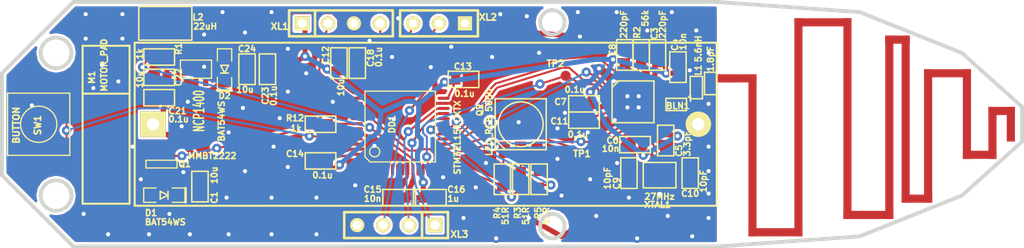
<source format=kicad_pcb>
(kicad_pcb (version 3) (host pcbnew "(2013-07-07 BZR 4022)-stable")
  (layers (15 F.Cu signal) (0 B.Cu signal) (18 B.Paste user) (19 F.Paste user) (20 B.SilkS user) (21 F.SilkS user) (22 B.Mask user) (23 F.Mask user) (28 Edge.Cuts user))
  (net 0 "")
  (net 1 +3.3V)
  (net 2 +BATT)
  (net 3 /BLUE_LED)
  (net 4 /CC_CS)
  (net 5 /CC_GDO0)
  (net 6 /CC_GDO2)
  (net 7 /CC_MISO)
  (net 8 /CC_MOSI)
  (net 9 /CC_SCK)
  (net 10 /GREEN_LED)
  (net 11 /Lout)
  (net 12 /RED_LED)
  (net 13 /RF1)
  (net 14 /RF2)
  (net 15 /SWCLK)
  (net 16 /SWDIO)
  (net 17 /UART_RX)
  (net 18 /UART_TX)
  (net 19 /Vibro)
  (net 20 /VibroOut)
  (net 21 GND)
  (net 22 N-0000012)
  (net 23 N-0000016)
  (net 24 N-0000020)
  (net 25 N-0000024)
  (net 26 N-0000025)
  (net 27 N-0000026)
  (net 28 N-0000030)
  (net 29 N-0000036)
  (net 30 N-0000037)
  (net 31 N-0000042)
  (net 32 N-0000054)
  (net 33 N-000006)
  (net 34 N-000007)
  (net 35 N-000008)
  (net 36 N-000009)
  (module TESTPOINT_1MM (layer F.Cu) (at 222.206 176.251)
    (fp_text reference TP2 (at -1 -1.2) (layer F.SilkS) (effects (font (size 0.635 0.635) (thickness 0.16002))))
    (fp_text value TESTPOINT hide)
    (pad 1 smd circle (at 0 0) (size 1.00076 1.524) (layers F.Cu F.Paste F.Mask) (net 6 /CC_GDO2))
  )
  (module TESTPOINT_1MM (layer F.Cu) (at 225 182.8)
    (fp_text reference TP1 (at -1.2 1.1) (layer F.SilkS) (effects (font (size 0.635 0.635) (thickness 0.16002))))
    (fp_text value TESTPOINT hide)
    (pad 1 smd circle (at 0 0) (size 1.00076 1.524) (layers F.Cu F.Paste F.Mask) (net 5 /CC_GDO0))
  )
  (module SOT23-5 (layer F.Cu) (at 186 175.6)
    (fp_text reference DA1 hide)
    (fp_text value NCP1400 (at 0.3 4.1 90) (layer F.SilkS) (effects (font (size 1.00076 0.59944) (thickness 0.14986))))
    (pad 1 smd rect (at -0.9525 1.27) (size 0.508 0.762) (layers F.Cu F.Paste F.Mask) (net 1 +3.3V))
    (pad 3 smd rect (at 0.9525 1.27) (size 0.508 0.762) (layers F.Cu F.Paste F.Mask))
    (pad 5 smd rect (at -0.9525 -1.27) (size 0.508 0.762) (layers F.Cu F.Paste F.Mask) (net 11 /Lout))
    (pad 2 smd rect (at 0 1.27) (size 0.508 0.762) (layers F.Cu F.Paste F.Mask) (net 1 +3.3V))
    (pad 4 smd rect (at 0.9525 -1.27) (size 0.508 0.762) (layers F.Cu F.Paste F.Mask) (net 21 GND))
  )
  (module SIL-4 (layer F.Cu) (at 200.2 171.1)
    (fp_text reference XL1 (at -6 0.3) (layer F.SilkS) (effects (font (size 0.635 0.635) (thickness 0.16002))))
    (fp_text value ST_SWD hide)
    (pad 1 thru_hole rect (at -3.81 0) (size 1.39954 1.39954) (drill 0.89916) (layers *.Cu *.Mask F.SilkS) (net 1 +3.3V))
    (pad 2 thru_hole circle (at -1.27 0) (size 1.39954 1.39954) (drill 0.89916) (layers *.Cu *.Mask F.SilkS) (net 15 /SWCLK))
    (pad 3 thru_hole circle (at 1.27 0) (size 1.39954 1.39954) (drill 0.89916) (layers *.Cu *.Mask F.SilkS) (net 21 GND))
    (pad 4 thru_hole circle (at 3.81 0) (size 1.39954 1.39954) (drill 0.89916) (layers *.Cu *.Mask F.SilkS) (net 16 /SWDIO))
  )
  (module SIL-3 (layer F.Cu) (at 209.8 171.1 180)
    (fp_text reference XL2 (at -4.8 0.6 180) (layer F.SilkS) (effects (font (size 0.635 0.635) (thickness 0.16002))))
    (fp_text value CONN_3 hide)
    (pad 1 thru_hole rect (at -2.54 0 180) (size 1.397 1.397) (drill 0.8128) (layers *.Cu *.Mask F.SilkS) (net 21 GND))
    (pad 2 thru_hole circle (at 0 0 180) (size 1.397 1.397) (drill 0.8128) (layers *.Cu *.Mask F.SilkS) (net 18 /UART_TX))
    (pad 3 thru_hole circle (at 2.54 0 180) (size 1.397 1.397) (drill 0.8128) (layers *.Cu *.Mask F.SilkS) (net 17 /UART_RX))
  )
  (module QFN20 (layer F.Cu) (at 228.8 178.8)
    (fp_text reference DD2 hide)
    (fp_text value CC1101 hide)
    (pad 1 smd rect (at -1.95 -1) (size 1.1 0.28) (layers F.Cu F.Paste F.Mask) (net 9 /CC_SCK))
    (pad 2 smd oval (at -1.95 -0.5) (size 1.1 0.28) (layers F.Cu F.Paste F.Mask) (net 7 /CC_MISO))
    (pad 3 smd oval (at -1.95 0) (size 1.1 0.28) (layers F.Cu F.Paste F.Mask) (net 6 /CC_GDO2))
    (pad 4 smd oval (at -1.95 0.5) (size 1.1 0.28) (layers F.Cu F.Paste F.Mask) (net 1 +3.3V))
    (pad 5 smd oval (at -1.95 1) (size 1.1 0.28) (layers F.Cu F.Paste F.Mask) (net 26 N-0000025))
    (pad 6 smd oval (at -1 1.95 90) (size 1.1 0.28) (layers F.Cu F.Paste F.Mask) (net 5 /CC_GDO0))
    (pad 7 smd oval (at -0.5 1.95 90) (size 1.1 0.28) (layers F.Cu F.Paste F.Mask) (net 4 /CC_CS))
    (pad 8 smd oval (at 0 1.95 90) (size 1.1 0.28) (layers F.Cu F.Paste F.Mask) (net 32 N-0000054))
    (pad 9 smd oval (at 0.5 1.95 90) (size 1.1 0.28) (layers F.Cu F.Paste F.Mask) (net 1 +3.3V))
    (pad 10 smd oval (at 1 1.95 90) (size 1.1 0.28) (layers F.Cu F.Paste F.Mask) (net 31 N-0000042))
    (pad 11 smd oval (at 1.95 1 180) (size 1.1 0.28) (layers F.Cu F.Paste F.Mask) (net 1 +3.3V))
    (pad 12 smd oval (at 1.95 0.5 180) (size 1.1 0.28) (layers F.Cu F.Paste F.Mask) (net 13 /RF1))
    (pad 13 smd oval (at 1.95 0 180) (size 1.1 0.28) (layers F.Cu F.Paste F.Mask) (net 14 /RF2))
    (pad 14 smd oval (at 1.95 -0.5 180) (size 1.1 0.28) (layers F.Cu F.Paste F.Mask) (net 1 +3.3V))
    (pad 15 smd oval (at 1.95 -1 180) (size 1.1 0.28) (layers F.Cu F.Paste F.Mask) (net 1 +3.3V))
    (pad 16 smd oval (at 1 -1.95 90) (size 1.1 0.28) (layers F.Cu F.Paste F.Mask) (net 21 GND))
    (pad 17 smd oval (at 0.5 -1.95 90) (size 1.1 0.28) (layers F.Cu F.Paste F.Mask) (net 25 N-0000024))
    (pad 18 smd oval (at 0 -1.95 90) (size 1.1 0.28) (layers F.Cu F.Paste F.Mask) (net 1 +3.3V))
    (pad 19 smd oval (at -0.5 -1.95 90) (size 1.1 0.28) (layers F.Cu F.Paste F.Mask) (net 21 GND))
    (pad 20 smd oval (at -1 -1.95 90) (size 1.1 0.28) (layers F.Cu F.Paste F.Mask) (net 8 /CC_MOSI))
    (pad PAD thru_hole rect (at -0.55 -0.55) (size 1.1 1.1) (drill 0.4) (layers *.Cu F.Mask) (net 21 GND))
    (pad PAD thru_hole rect (at 0.55 -0.55) (size 1.1 1.1) (drill 0.4) (layers *.Cu F.Mask) (net 21 GND))
    (pad PAD thru_hole rect (at -0.55 0.55) (size 1.1 1.1) (drill 0.4) (layers *.Cu F.Mask) (net 21 GND))
    (pad PAD thru_hole rect (at 0.55 0.55) (size 1.1 1.1) (drill 0.4) (layers *.Cu F.Mask) (net 21 GND))
  )
  (module IND_1210 (layer F.Cu) (at 183 171.1 180)
    (fp_text reference L2 (at -3.2 0.6 180) (layer F.SilkS) (effects (font (size 0.6 0.6))))
    (fp_text value 22uH (at -3.9 -0.3 180) (layer F.SilkS) (effects (font (size 0.6 0.6))))
    (pad 1 smd rect (at -1.524 0 180) (size 1.524 2.667) (layers F.Cu F.Paste F.Mask) (net 11 /Lout))
    (pad 2 smd rect (at 1.524 0 180) (size 1.524 2.667) (layers F.Cu F.Paste F.Mask) (net 2 +BATT))
  )
  (module IND_0402 (layer F.Cu) (at 235 177.4 270)
    (fp_text reference L1 (at -1.7 -0.2 270) (layer F.SilkS) (effects (font (size 0.6 0.6))))
    (fp_text value 5.6nH (at -3.8 -0.2 270) (layer F.SilkS) (effects (font (size 0.6 0.6))))
    (pad 1 smd rect (at -0.5 0 270) (size 0.6 0.6) (layers F.Cu F.Paste F.Mask) (net 33 N-000006))
    (pad 2 smd rect (at 0.5 0 270) (size 0.6 0.6) (layers F.Cu F.Paste F.Mask) (net 36 N-000009))
  )
  (module DIODE_SOD323 (layer F.Cu) (at 188.8 175.6 90)
    (fp_text reference D2 (at -2.6 0 180) (layer F.SilkS) (effects (font (size 0.59944 0.59944) (thickness 0.14986))))
    (fp_text value BAT54WS (at -5.1 -0.3 90) (layer F.SilkS) (effects (font (size 0.59944 0.59944) (thickness 0.14986))))
    (pad C smd rect (at -1.30048 0 90) (size 1.00076 1.00076) (layers F.Cu F.Paste F.Mask) (net 1 +3.3V))
    (pad A smd rect (at 1.30048 0 90) (size 1.00076 1.00076) (layers F.Cu F.Paste F.Mask) (net 11 /Lout))
  )
  (module CRYSTAL_03225C4 (layer F.Cu) (at 231.4 186)
    (fp_text reference XTAL1 (at -0.2 2.9) (layer F.SilkS) (effects (font (size 0.59944 0.59944) (thickness 0.14986))))
    (fp_text value 27MHz (at 0 2.1) (layer F.SilkS) (effects (font (size 0.59944 0.59944) (thickness 0.14986))))
    (pad 1 smd rect (at -1.1 0.8) (size 1.4 1) (layers F.Cu F.Paste F.Mask) (net 32 N-0000054))
    (pad H smd rect (at 1.1 0.8) (size 1.4 1) (layers F.Cu F.Paste F.Mask) (net 21 GND))
    (pad 2 smd rect (at 1.1 -0.8) (size 1.4 1) (layers F.Cu F.Paste F.Mask) (net 31 N-0000042))
    (pad H smd rect (at -1.1 -0.8) (size 1.4 1) (layers F.Cu F.Paste F.Mask) (net 21 GND))
  )
  (module CAP_0402 (layer F.Cu) (at 236.4 177 270)
    (fp_text reference C2 hide)
    (fp_text value 1.8pF (at -2.4 0 270) (layer F.SilkS) (effects (font (size 0.6 0.6))))
    (pad 1 smd rect (at -0.5 0 270) (size 0.6 0.6) (layers F.Cu F.Paste F.Mask) (net 33 N-000006))
    (pad 2 smd rect (at 0.5 0 270) (size 0.6 0.6) (layers F.Cu F.Paste F.Mask) (net 21 GND))
  )
  (module BAT_AA (layer F.Cu) (at 208.5 181)
    (fp_text reference B3 hide)
    (fp_text value BAT hide)
    (pad A thru_hole rect (at -26.7 0) (size 2.5 2.5) (drill 1.2) (layers *.Cu *.Mask F.SilkS) (net 2 +BATT))
    (pad C thru_hole circle (at 26.7 0) (size 2.5 2.5) (drill 1.2) (layers *.Cu *.Mask F.SilkS) (net 21 GND))
  )
  (module BALUN_JOHANSON868 (layer F.Cu) (at 233.031 179.06)
    (fp_text reference BLN1 (at 0.169 0.14) (layer F.SilkS) (effects (font (size 0.6 0.6))))
    (fp_text value 0896BM15A0001 hide)
    (pad 1 smd rect (at 0.65 -0.9) (size 0.35 1) (layers F.Cu F.Paste F.Mask) (net 36 N-000009))
    (pad 2 smd rect (at 0 -0.9) (size 0.35 1) (layers F.Cu F.Paste F.Mask) (net 21 GND))
    (pad 3 smd rect (at -0.65 -0.9) (size 0.35 1) (layers F.Cu F.Paste F.Mask) (net 14 /RF2))
    (pad 4 smd rect (at -0.65 0.9) (size 0.35 1) (layers F.Cu F.Paste F.Mask) (net 13 /RF1))
    (pad 5 smd rect (at 0 0.9) (size 0.35 1) (layers F.Cu F.Paste F.Mask) (net 21 GND))
    (pad 6 smd rect (at 0.65 0.9) (size 0.35 1) (layers F.Cu F.Paste F.Mask) (net 21 GND))
  )
  (module SOT23 (layer F.Cu) (at 182.626 184.912)
    (fp_text reference Q1 (at 2.274 -0.012) (layer F.SilkS) (effects (font (size 0.59944 0.59944) (thickness 0.14986))))
    (fp_text value MMBT2222 (at 4.974 -0.812) (layer F.SilkS) (effects (font (size 0.59944 0.59944) (thickness 0.14986))))
    (pad 2 smd rect (at -0.889 -1.016) (size 0.9144 0.9144) (layers F.Cu F.Paste F.Mask) (net 21 GND))
    (pad 1 smd rect (at 0.889 -1.016) (size 0.9144 0.9144) (layers F.Cu F.Paste F.Mask) (net 30 N-0000037))
    (pad 3 smd rect (at 0 1.016) (size 0.9144 0.9144) (layers F.Cu F.Paste F.Mask) (net 20 /VibroOut))
  )
  (module MOTOR_KHN4NX (layer F.Cu) (at 177.2 188.8 270)
    (fp_text reference M1 (at -12.4 1.4 270) (layer F.SilkS) (effects (font (size 0.6 0.6))))
    (fp_text value MOTOR_PAD (at -13.6 0.2 270) (layer F.SilkS) (effects (font (size 0.6 0.6))))
    (pad 1 smd rect (at -0.2 -0.9 270) (size 1.6 1.2) (layers F.Cu F.Paste F.Mask) (net 20 /VibroOut))
    (pad 2 smd rect (at -0.2 0.9 270) (size 1.6 1.2) (layers F.Cu F.Paste F.Mask) (net 2 +BATT))
    (pad PAD smd rect (at -6.3 0 270) (size 8.8 3) (layers F.Cu F.Paste F.Mask) (net 21 GND))
  )
  (module DIODE_SOD323 (layer F.Cu) (at 182.88 187.96 180)
    (fp_text reference D1 (at 1.28 -1.74 180) (layer F.SilkS) (effects (font (size 0.59944 0.59944) (thickness 0.14986))))
    (fp_text value BAT54WS (at -0.12 -2.64 180) (layer F.SilkS) (effects (font (size 0.59944 0.59944) (thickness 0.14986))))
    (pad C smd rect (at -1.30048 0 180) (size 1.00076 1.00076) (layers F.Cu F.Paste F.Mask) (net 2 +BATT))
    (pad A smd rect (at 1.30048 0 180) (size 1.00076 1.00076) (layers F.Cu F.Paste F.Mask) (net 20 /VibroOut))
  )
  (module CAP_0603 (layer F.Cu) (at 186.3918 187.1217 90)
    (fp_text reference C1 (at -1.0783 1.4082 90) (layer F.SilkS) (effects (font (size 0.6 0.6))))
    (fp_text value 10u (at 1.1217 1.4082 90) (layer F.SilkS) (effects (font (size 0.6 0.6))))
    (pad 1 smd rect (at -0.762 0 90) (size 0.889 1.016) (layers F.Cu F.Paste F.Mask) (net 2 +BATT))
    (pad 2 smd rect (at 0.762 0 90) (size 0.889 1.016) (layers F.Cu F.Paste F.Mask) (net 21 GND))
  )
  (module CAP_0603 (layer F.Cu) (at 191 175.6 90)
    (fp_text reference C24 (at 2 0 180) (layer F.SilkS) (effects (font (size 0.6 0.6))))
    (fp_text value 10u (at -2 -0.2 180) (layer F.SilkS) (effects (font (size 0.6 0.6))))
    (pad 1 smd rect (at -0.762 0 90) (size 0.889 1.016) (layers F.Cu F.Paste F.Mask) (net 1 +3.3V))
    (pad 2 smd rect (at 0.762 0 90) (size 0.889 1.016) (layers F.Cu F.Paste F.Mask) (net 21 GND))
  )
  (module CAP_0603 (layer F.Cu) (at 200 175 90)
    (fp_text reference C12 (at 0.8 -1.3 90) (layer F.SilkS) (effects (font (size 0.6 0.6))))
    (fp_text value 10u (at -2.4 0.2 90) (layer F.SilkS) (effects (font (size 0.6 0.6))))
    (pad 1 smd rect (at -0.762 0 90) (size 0.889 1.016) (layers F.Cu F.Paste F.Mask) (net 1 +3.3V))
    (pad 2 smd rect (at 0.762 0 90) (size 0.889 1.016) (layers F.Cu F.Paste F.Mask) (net 21 GND))
  )
  (module CAP_0603 (layer F.Cu) (at 182.4 176.4 180)
    (fp_text reference C22 (at -1.9 0 270) (layer F.SilkS) (effects (font (size 0.6 0.6))))
    (fp_text value 10u (at 1.9 -0.2 270) (layer F.SilkS) (effects (font (size 0.6 0.6))))
    (pad 1 smd rect (at -0.762 0 180) (size 0.889 1.016) (layers F.Cu F.Paste F.Mask) (net 2 +BATT))
    (pad 2 smd rect (at 0.762 0 180) (size 0.889 1.016) (layers F.Cu F.Paste F.Mask) (net 21 GND))
  )
  (module LQFP48 (layer F.Cu) (at 206 181.2 90)
    (fp_text reference DD1 (at 0.2 -0.8 90) (layer F.SilkS) (effects (font (size 0.59944 0.59944) (thickness 0.14986))))
    (fp_text value STM32L151CXTX (at -1.1 5.6 90) (layer F.SilkS) (effects (font (size 0.59944 0.59944) (thickness 0.14986))))
    (pad 1 smd rect (at -4.24942 -2.75082 90) (size 1.19888 0.29972) (layers F.Cu F.Paste F.Mask) (net 1 +3.3V))
    (pad 2 smd oval (at -4.24942 -2.25298 90) (size 1.19888 0.29972) (layers F.Cu F.Paste F.Mask))
    (pad 3 smd oval (at -4.24942 -1.7526 90) (size 1.19888 0.29972) (layers F.Cu F.Paste F.Mask))
    (pad 4 smd oval (at -4.24942 -1.25222 90) (size 1.19888 0.29972) (layers F.Cu F.Paste F.Mask))
    (pad 5 smd oval (at -4.24942 -0.75184 90) (size 1.19888 0.29972) (layers F.Cu F.Paste F.Mask))
    (pad 6 smd oval (at -4.24942 -0.25146 90) (size 1.19888 0.29972) (layers F.Cu F.Paste F.Mask))
    (pad 7 smd oval (at -4.24942 0.24892 90) (size 1.19888 0.29972) (layers F.Cu F.Paste F.Mask))
    (pad 8 smd oval (at -4.24942 0.7493 90) (size 1.19888 0.29972) (layers F.Cu F.Paste F.Mask) (net 21 GND))
    (pad 9 smd oval (at -4.24942 1.24714 90) (size 1.19888 0.29972) (layers F.Cu F.Paste F.Mask) (net 1 +3.3V))
    (pad 10 smd oval (at -4.24942 1.74752 90) (size 1.19888 0.29972) (layers F.Cu F.Paste F.Mask) (net 24 N-0000020))
    (pad 11 smd oval (at -4.24942 2.2479 90) (size 1.19888 0.29972) (layers F.Cu F.Paste F.Mask))
    (pad 12 smd oval (at -4.25196 2.74828 90) (size 1.19888 0.29972) (layers F.Cu F.Paste F.Mask) (net 6 /CC_GDO2))
    (pad 13 smd oval (at -2.74574 4.24942 180) (size 1.19888 0.29972) (layers F.Cu F.Paste F.Mask) (net 5 /CC_GDO0))
    (pad 14 smd oval (at -2.2479 4.24942 180) (size 1.19888 0.29972) (layers F.Cu F.Paste F.Mask) (net 4 /CC_CS))
    (pad 15 smd oval (at -1.74752 4.24942 180) (size 1.19888 0.29972) (layers F.Cu F.Paste F.Mask) (net 9 /CC_SCK))
    (pad 16 smd oval (at -1.24714 4.24942 180) (size 1.19888 0.29972) (layers F.Cu F.Paste F.Mask) (net 7 /CC_MISO))
    (pad 17 smd oval (at -0.74676 4.24942 180) (size 1.19888 0.29972) (layers F.Cu F.Paste F.Mask) (net 8 /CC_MOSI))
    (pad 18 smd oval (at -0.24638 4.24942 180) (size 1.19888 0.29972) (layers F.Cu F.Paste F.Mask) (net 3 /BLUE_LED))
    (pad 19 smd oval (at 0.254 4.24942 180) (size 1.19888 0.29972) (layers F.Cu F.Paste F.Mask) (net 12 /RED_LED))
    (pad 20 smd oval (at 0.75184 4.24942 180) (size 1.19888 0.29972) (layers F.Cu F.Paste F.Mask))
    (pad 21 smd oval (at 1.25222 4.24942 180) (size 1.19888 0.29972) (layers F.Cu F.Paste F.Mask) (net 23 N-0000016))
    (pad 22 smd oval (at 1.7526 4.24942 180) (size 1.19888 0.29972) (layers F.Cu F.Paste F.Mask) (net 34 N-000007))
    (pad 23 smd oval (at 2.25044 4.24942 180) (size 1.19888 0.29972) (layers F.Cu F.Paste F.Mask) (net 21 GND))
    (pad 24 smd oval (at 2.75082 4.24942 180) (size 1.19888 0.29972) (layers F.Cu F.Paste F.Mask) (net 1 +3.3V))
    (pad 25 smd oval (at 4.25196 2.75082 90) (size 1.19888 0.29972) (layers F.Cu F.Paste F.Mask) (net 35 N-000008))
    (pad 26 smd oval (at 4.25196 2.25044 90) (size 1.19888 0.29972) (layers F.Cu F.Paste F.Mask))
    (pad 27 smd oval (at 4.25196 1.75006 90) (size 1.19888 0.29972) (layers F.Cu F.Paste F.Mask))
    (pad 28 smd oval (at 4.25196 1.24968 90) (size 1.19888 0.29972) (layers F.Cu F.Paste F.Mask))
    (pad 29 smd oval (at 4.25196 0.7493 90) (size 1.19888 0.29972) (layers F.Cu F.Paste F.Mask))
    (pad 30 smd oval (at 4.25196 0.24892 90) (size 1.19888 0.29972) (layers F.Cu F.Paste F.Mask) (net 18 /UART_TX))
    (pad 31 smd oval (at 4.25196 -0.25146 90) (size 1.19888 0.29972) (layers F.Cu F.Paste F.Mask) (net 17 /UART_RX))
    (pad 32 smd oval (at 4.25196 -0.7493 90) (size 1.19888 0.29972) (layers F.Cu F.Paste F.Mask))
    (pad 33 smd oval (at 4.25196 -1.24968 90) (size 1.19888 0.29972) (layers F.Cu F.Paste F.Mask))
    (pad 34 smd oval (at 4.25196 -1.75006 90) (size 1.19888 0.29972) (layers F.Cu F.Paste F.Mask) (net 16 /SWDIO))
    (pad 35 smd oval (at 4.25196 -2.25044 90) (size 1.19888 0.29972) (layers F.Cu F.Paste F.Mask) (net 21 GND))
    (pad 36 smd oval (at 4.25196 -2.75082 90) (size 1.19888 0.29972) (layers F.Cu F.Paste F.Mask) (net 1 +3.3V))
    (pad 37 smd oval (at 2.75082 -4.24942 180) (size 1.19888 0.29972) (layers F.Cu F.Paste F.Mask) (net 15 /SWCLK))
    (pad 38 smd oval (at 2.25044 -4.24942 180) (size 1.19888 0.29972) (layers F.Cu F.Paste F.Mask))
    (pad 39 smd oval (at 1.75006 -4.24942 180) (size 1.19888 0.29972) (layers F.Cu F.Paste F.Mask))
    (pad 40 smd oval (at 1.24968 -4.24942 180) (size 1.19888 0.29972) (layers F.Cu F.Paste F.Mask))
    (pad 41 smd oval (at 0.7493 -4.24942 180) (size 1.19888 0.29972) (layers F.Cu F.Paste F.Mask) (net 10 /GREEN_LED))
    (pad 42 smd oval (at 0.24892 -4.24942 180) (size 1.19888 0.29972) (layers F.Cu F.Paste F.Mask) (net 19 /Vibro))
    (pad 43 smd oval (at -0.24892 -4.24942 180) (size 1.19888 0.29972) (layers F.Cu F.Paste F.Mask))
    (pad 44 smd oval (at -0.7493 -4.24942 180) (size 1.19888 0.29972) (layers F.Cu F.Paste F.Mask) (net 21 GND))
    (pad 45 smd oval (at -1.24968 -4.24942 180) (size 1.19888 0.29972) (layers F.Cu F.Paste F.Mask) (net 22 N-0000012))
    (pad 46 smd oval (at -1.75006 -4.24942 180) (size 1.19888 0.29972) (layers F.Cu F.Paste F.Mask))
    (pad 47 smd oval (at -2.25044 -4.24942 180) (size 1.19888 0.29972) (layers F.Cu F.Paste F.Mask) (net 21 GND))
    (pad 48 smd oval (at -2.75082 -4.24942 180) (size 1.19888 0.29972) (layers F.Cu F.Paste F.Mask) (net 1 +3.3V))
  )
  (module SIL-4 (layer F.Cu) (at 205.6 190.9 180)
    (fp_text reference XL3 (at -6.2 -0.9 180) (layer F.SilkS) (effects (font (size 0.635 0.635) (thickness 0.16002))))
    (fp_text value CONN_4 hide)
    (pad 1 thru_hole rect (at -3.81 0 180) (size 1.39954 1.39954) (drill 0.89916) (layers *.Cu *.Mask F.SilkS) (net 23 N-0000016))
    (pad 2 thru_hole circle (at -1.27 0 180) (size 1.39954 1.39954) (drill 0.89916) (layers *.Cu *.Mask F.SilkS) (net 34 N-000007))
    (pad 3 thru_hole circle (at 1.27 0 180) (size 1.39954 1.39954) (drill 0.89916) (layers *.Cu *.Mask F.SilkS) (net 35 N-000008))
    (pad 4 thru_hole circle (at 3.81 0 180) (size 1.39954 1.39954) (drill 0.89916) (layers *.Cu *.Mask F.SilkS) (net 21 GND))
  )
  (module REF_POINT_1MM (layer F.Cu) (at 236.2 170)
    (fp_text reference RP2 hide)
    (fp_text value REFPOINT hide)
    (pad REF smd circle (at 0 0) (size 1 1) (layers F.Cu F.Mask))
  )
  (module REF_POINT_1MM (layer F.Cu) (at 174.9 191.9)
    (fp_text reference RP1 hide)
    (fp_text value REFPOINT hide)
    (pad REF smd circle (at 0 0) (size 1 1) (layers F.Cu F.Mask))
  )
  (module RES_0603 (layer F.Cu) (at 229.6 174.2 90)
    (fp_text reference R2 (at 2.2 -0.4 90) (layer F.SilkS) (effects (font (size 0.6 0.6))))
    (fp_text value 56k (at 3.6 0.4 90) (layer F.SilkS) (effects (font (size 0.6 0.6))))
    (pad 1 smd rect (at -0.762 0 90) (size 0.889 1.016) (layers F.Cu F.Paste F.Mask) (net 25 N-0000024))
    (pad 2 smd rect (at 0.762 0 90) (size 0.889 1.016) (layers F.Cu F.Paste F.Mask) (net 21 GND))
  )
  (module RES_0603 (layer F.Cu) (at 182.4 174.4)
    (fp_text reference R1 (at 1.9 -0.8 90) (layer F.SilkS) (effects (font (size 0.6 0.6))))
    (fp_text value 1k (at -1.9 -0.3 90) (layer F.SilkS) (effects (font (size 0.6 0.6))))
    (pad 1 smd rect (at -0.762 0) (size 0.889 1.016) (layers F.Cu F.Paste F.Mask) (net 24 N-0000020))
    (pad 2 smd rect (at 0.762 0) (size 0.889 1.016) (layers F.Cu F.Paste F.Mask) (net 2 +BATT))
  )
  (module CAP_0603 (layer F.Cu) (at 224 179 180)
    (fp_text reference C7 (at 2.3 0.2 180) (layer F.SilkS) (effects (font (size 0.6 0.6))))
    (fp_text value 0.1u (at 0.9 1.4 180) (layer F.SilkS) (effects (font (size 0.6 0.6))))
    (pad 1 smd rect (at -0.762 0 180) (size 0.889 1.016) (layers F.Cu F.Paste F.Mask) (net 1 +3.3V))
    (pad 2 smd rect (at 0.762 0 180) (size 0.889 1.016) (layers F.Cu F.Paste F.Mask) (net 21 GND))
  )
  (module CAP_0603 (layer F.Cu) (at 212.2 176.6)
    (fp_text reference C13 (at -0.0635 -1.27) (layer F.SilkS) (effects (font (size 0.6 0.6))))
    (fp_text value 0.1u (at 0.09906 1.39954) (layer F.SilkS) (effects (font (size 0.6 0.6))))
    (pad 1 smd rect (at -0.762 0) (size 0.889 1.016) (layers F.Cu F.Paste F.Mask) (net 1 +3.3V))
    (pad 2 smd rect (at 0.762 0) (size 0.889 1.016) (layers F.Cu F.Paste F.Mask) (net 21 GND))
  )
  (module CAP_0603 (layer F.Cu) (at 198.2 184.6 180)
    (fp_text reference C14 (at 2.5 0.7 180) (layer F.SilkS) (effects (font (size 0.6 0.6))))
    (fp_text value 0.1u (at -0.2 -1.4 180) (layer F.SilkS) (effects (font (size 0.6 0.6))))
    (pad 1 smd rect (at -0.762 0 180) (size 0.889 1.016) (layers F.Cu F.Paste F.Mask) (net 1 +3.3V))
    (pad 2 smd rect (at 0.762 0 180) (size 0.889 1.016) (layers F.Cu F.Paste F.Mask) (net 21 GND))
  )
  (module CAP_0603 (layer F.Cu) (at 209 188.2)
    (fp_text reference C16 (at 2.5 -0.8) (layer F.SilkS) (effects (font (size 0.6 0.6))))
    (fp_text value 1u (at 2.2 0.1) (layer F.SilkS) (effects (font (size 0.6 0.6))))
    (pad 1 smd rect (at -0.762 0) (size 0.889 1.016) (layers F.Cu F.Paste F.Mask) (net 1 +3.3V))
    (pad 2 smd rect (at 0.762 0) (size 0.889 1.016) (layers F.Cu F.Paste F.Mask) (net 21 GND))
  )
  (module CAP_0603 (layer F.Cu) (at 205.8 188.2 180)
    (fp_text reference C15 (at 2.5 0.8 180) (layer F.SilkS) (effects (font (size 0.6 0.6))))
    (fp_text value 10n (at 2.5 -0.1 180) (layer F.SilkS) (effects (font (size 0.6 0.6))))
    (pad 1 smd rect (at -0.762 0 180) (size 0.889 1.016) (layers F.Cu F.Paste F.Mask) (net 1 +3.3V))
    (pad 2 smd rect (at 0.762 0 180) (size 0.889 1.016) (layers F.Cu F.Paste F.Mask) (net 21 GND))
  )
  (module CAP_0603 (layer F.Cu) (at 234.4 185.8 270)
    (fp_text reference C10 (at 2 0 360) (layer F.SilkS) (effects (font (size 0.6 0.6))))
    (fp_text value 10pF (at 0.8 -1.3 270) (layer F.SilkS) (effects (font (size 0.6 0.6))))
    (pad 1 smd rect (at -0.762 0 270) (size 0.889 1.016) (layers F.Cu F.Paste F.Mask) (net 31 N-0000042))
    (pad 2 smd rect (at 0.762 0 270) (size 0.889 1.016) (layers F.Cu F.Paste F.Mask) (net 21 GND))
  )
  (module CAP_0603 (layer F.Cu) (at 228.4 185.8 90)
    (fp_text reference C9 (at -1 -1.2 90) (layer F.SilkS) (effects (font (size 0.6 0.6))))
    (fp_text value 10pF (at -0.5 -2.1 90) (layer F.SilkS) (effects (font (size 0.6 0.6))))
    (pad 1 smd rect (at -0.762 0 90) (size 0.889 1.016) (layers F.Cu F.Paste F.Mask) (net 32 N-0000054))
    (pad 2 smd rect (at 0.762 0 90) (size 0.889 1.016) (layers F.Cu F.Paste F.Mask) (net 21 GND))
  )
  (module CAP_0603 (layer F.Cu) (at 228 174.2 90)
    (fp_text reference C8 (at 0.5 -1.2 90) (layer F.SilkS) (effects (font (size 0.6 0.6))))
    (fp_text value 220pF (at 3 -0.1 90) (layer F.SilkS) (effects (font (size 0.6 0.6))))
    (pad 1 smd rect (at -0.762 0 90) (size 0.889 1.016) (layers F.Cu F.Paste F.Mask) (net 1 +3.3V))
    (pad 2 smd rect (at 0.762 0 90) (size 0.889 1.016) (layers F.Cu F.Paste F.Mask) (net 21 GND))
  )
  (module CAP_0603 (layer F.Cu) (at 229 183 180)
    (fp_text reference C6 (at 2.2 0.4 180) (layer F.SilkS) (effects (font (size 0.6 0.6))))
    (fp_text value 10n (at 2.4 -0.4 180) (layer F.SilkS) (effects (font (size 0.6 0.6))))
    (pad 1 smd rect (at -0.762 0 180) (size 0.889 1.016) (layers F.Cu F.Paste F.Mask) (net 1 +3.3V))
    (pad 2 smd rect (at 0.762 0 180) (size 0.889 1.016) (layers F.Cu F.Paste F.Mask) (net 21 GND))
  )
  (module CAP_0603 (layer F.Cu) (at 182.4 178.4 180)
    (fp_text reference C21 (at -1.8 -1.3 180) (layer F.SilkS) (effects (font (size 0.6 0.6))))
    (fp_text value 0.1u (at -1.9 -2.1 180) (layer F.SilkS) (effects (font (size 0.6 0.6))))
    (pad 1 smd rect (at -0.762 0 180) (size 0.889 1.016) (layers F.Cu F.Paste F.Mask) (net 2 +BATT))
    (pad 2 smd rect (at 0.762 0 180) (size 0.889 1.016) (layers F.Cu F.Paste F.Mask) (net 21 GND))
  )
  (module CAP_0603 (layer F.Cu) (at 232 182.6 270)
    (fp_text reference C5 (at 1 -1.3 270) (layer F.SilkS) (effects (font (size 0.6 0.6))))
    (fp_text value 3.3pF (at 0.3 -2.1 270) (layer F.SilkS) (effects (font (size 0.6 0.6))))
    (pad 1 smd rect (at -0.762 0 270) (size 0.889 1.016) (layers F.Cu F.Paste F.Mask) (net 1 +3.3V))
    (pad 2 smd rect (at 0.762 0 270) (size 0.889 1.016) (layers F.Cu F.Paste F.Mask) (net 21 GND))
  )
  (module CAP_0603 (layer F.Cu) (at 233.2 175.4 90)
    (fp_text reference C4 (at 2.2 -0.3 90) (layer F.SilkS) (effects (font (size 0.6 0.6))))
    (fp_text value 10n (at 2.5 0.5 90) (layer F.SilkS) (effects (font (size 0.6 0.6))))
    (pad 1 smd rect (at -0.762 0 90) (size 0.889 1.016) (layers F.Cu F.Paste F.Mask) (net 1 +3.3V))
    (pad 2 smd rect (at 0.762 0 90) (size 0.889 1.016) (layers F.Cu F.Paste F.Mask) (net 21 GND))
  )
  (module CAP_0603 (layer F.Cu) (at 231.2 174.2 90)
    (fp_text reference C3 (at 2.1 -0.3 90) (layer F.SilkS) (effects (font (size 0.6 0.6))))
    (fp_text value 220pF (at 3 0.5 90) (layer F.SilkS) (effects (font (size 0.6 0.6))))
    (pad 1 smd rect (at -0.762 0 90) (size 0.889 1.016) (layers F.Cu F.Paste F.Mask) (net 1 +3.3V))
    (pad 2 smd rect (at 0.762 0 90) (size 0.889 1.016) (layers F.Cu F.Paste F.Mask) (net 21 GND))
  )
  (module CAP_0603 (layer F.Cu) (at 224 180.6 180)
    (fp_text reference C11 (at 2.4 -0.1 180) (layer F.SilkS) (effects (font (size 0.6 0.6))))
    (fp_text value 0.1u (at 0.6 -1.4 180) (layer F.SilkS) (effects (font (size 0.6 0.6))))
    (pad 1 smd rect (at -0.762 0 180) (size 0.889 1.016) (layers F.Cu F.Paste F.Mask) (net 26 N-0000025))
    (pad 2 smd rect (at 0.762 0 180) (size 0.889 1.016) (layers F.Cu F.Paste F.Mask) (net 21 GND))
  )
  (module CAP_0603 (layer F.Cu) (at 193 175.6 90)
    (fp_text reference C23 (at -2.6 -0.2 90) (layer F.SilkS) (effects (font (size 0.6 0.6))))
    (fp_text value 0.1u (at -2.6 0.6 90) (layer F.SilkS) (effects (font (size 0.6 0.6))))
    (pad 1 smd rect (at -0.762 0 90) (size 0.889 1.016) (layers F.Cu F.Paste F.Mask) (net 1 +3.3V))
    (pad 2 smd rect (at 0.762 0 90) (size 0.889 1.016) (layers F.Cu F.Paste F.Mask) (net 21 GND))
  )
  (module CAP_0603 (layer F.Cu) (at 201.8 175 90)
    (fp_text reference C18 (at 0.5 1.3 90) (layer F.SilkS) (effects (font (size 0.6 0.6))))
    (fp_text value 0.1u (at 0.6 2.1 90) (layer F.SilkS) (effects (font (size 0.6 0.6))))
    (pad 1 smd rect (at -0.762 0 90) (size 0.889 1.016) (layers F.Cu F.Paste F.Mask) (net 1 +3.3V))
    (pad 2 smd rect (at 0.762 0 90) (size 0.889 1.016) (layers F.Cu F.Paste F.Mask) (net 21 GND))
  )
  (module RES_0603 (layer F.Cu) (at 198.2 181 180)
    (fp_text reference R12 (at 2.5 0.6 180) (layer F.SilkS) (effects (font (size 0.6 0.6))))
    (fp_text value 1k (at 2.4 -0.4 180) (layer F.SilkS) (effects (font (size 0.6 0.6))))
    (pad 1 smd rect (at -0.762 0 180) (size 0.889 1.016) (layers F.Cu F.Paste F.Mask) (net 19 /Vibro))
    (pad 2 smd rect (at 0.762 0 180) (size 0.889 1.016) (layers F.Cu F.Paste F.Mask) (net 30 N-0000037))
  )
  (module BUTTON_6x6SMD (layer F.Cu) (at 170.6 181 90)
    (fp_text reference SW1 (at -0.1 -0.1 90) (layer F.SilkS) (effects (font (size 0.635 0.635) (thickness 0.16002))))
    (fp_text value BUTTON (at -0.1 -2.2 90) (layer F.SilkS) (effects (font (size 0.635 0.635) (thickness 0.16002))))
    (pad 1 smd rect (at 3.8608 -2.2606 90) (size 1.6002 1.19888) (layers F.Cu F.Paste F.Mask) (net 21 GND))
    (pad 2 smd rect (at 3.8608 2.2606 90) (size 1.6002 1.19888) (layers F.Cu F.Paste F.Mask) (net 22 N-0000012))
    (pad 1 smd rect (at -3.8608 -2.2606 90) (size 1.6002 1.19888) (layers F.Cu F.Paste F.Mask) (net 21 GND))
    (pad 2 smd rect (at -3.8608 2.2606 90) (size 1.6002 1.19888) (layers F.Cu F.Paste F.Mask) (net 22 N-0000012))
    (pad H smd rect (at 3.85064 0 90) (size 1.6002 1.19888) (layers F.Cu F.Paste F.Mask))
  )
  (module RES_0603 (layer F.Cu) (at 219.6 186.4 90)
    (fp_text reference R5 (at -3.3 -0.1 90) (layer F.SilkS) (effects (font (size 0.6 0.6))))
    (fp_text value 51R (at -3.6 0.7 90) (layer F.SilkS) (effects (font (size 0.6 0.6))))
    (pad 1 smd rect (at -0.762 0 90) (size 0.889 1.016) (layers F.Cu F.Paste F.Mask) (net 3 /BLUE_LED))
    (pad 2 smd rect (at 0.762 0 90) (size 0.889 1.016) (layers F.Cu F.Paste F.Mask) (net 27 N-0000026))
  )
  (module RES_0603 (layer F.Cu) (at 216 186.4 90)
    (fp_text reference R4 (at -3.3 -0.5 90) (layer F.SilkS) (effects (font (size 0.6 0.6))))
    (fp_text value 51R (at -3.6 0.3 90) (layer F.SilkS) (effects (font (size 0.6 0.6))))
    (pad 1 smd rect (at -0.762 0 90) (size 0.889 1.016) (layers F.Cu F.Paste F.Mask) (net 10 /GREEN_LED))
    (pad 2 smd rect (at 0.762 0 90) (size 0.889 1.016) (layers F.Cu F.Paste F.Mask) (net 28 N-0000030))
  )
  (module RES_0603 (layer F.Cu) (at 217.8 186.4 90)
    (fp_text reference R3 (at -3.3 -0.3 90) (layer F.SilkS) (effects (font (size 0.6 0.6))))
    (fp_text value 51R (at -3.6 0.5 90) (layer F.SilkS) (effects (font (size 0.6 0.6))))
    (pad 1 smd rect (at -0.762 0 90) (size 0.889 1.016) (layers F.Cu F.Paste F.Mask) (net 12 /RED_LED))
    (pad 2 smd rect (at 0.762 0 90) (size 0.889 1.016) (layers F.Cu F.Paste F.Mask) (net 29 N-0000036))
  )
  (module LED_HH5050_RGB (layer F.Cu) (at 217.8 181 90)
    (fp_text reference Q2 (at 1.4 -4 90) (layer F.SilkS) (effects (font (size 0.59944 0.59944) (thickness 0.14986))))
    (fp_text value "LED_RGB 5050" (at 0.2 -3.1 90) (layer F.SilkS) (effects (font (size 0.59944 0.59944) (thickness 0.14986))))
    (pad GC smd rect (at 2.5 -1.6 90) (size 1.6 1.1) (layers F.Cu F.Paste F.Mask) (net 21 GND))
    (pad RC smd rect (at 2.5 0 90) (size 1.6 1.1) (layers F.Cu F.Paste F.Mask) (net 21 GND))
    (pad BC smd rect (at 2.5 1.6 90) (size 1.6 1.1) (layers F.Cu F.Paste F.Mask) (net 21 GND))
    (pad GA smd rect (at -2.5 -1.6 90) (size 1.6 1.1) (layers F.Cu F.Paste F.Mask) (net 28 N-0000030))
    (pad RA smd rect (at -2.5 0 90) (size 1.6 1.1) (layers F.Cu F.Paste F.Mask) (net 29 N-0000036))
    (pad BA smd rect (at -2.5 1.6 90) (size 1.6 1.1) (layers F.Cu F.Paste F.Mask) (net 27 N-0000026))
  )
  (module ANT_868_SEIDHE (layer F.Cu) (at 236.9 181)
    (fp_text reference ANT1 hide)
    (fp_text value ANT_PCB_MONO hide)
    (pad 1 smd rect (at 2 -4.5) (size 4 0.8) (layers F.Cu) (net 33 N-000006))
    (pad 1 smd rect (at 5.85 10.6) (size 5.3 0.8) (layers F.Cu) (net 33 N-000006))
    (pad 1 smd rect (at 10.5 -10) (size 5.6 0.8) (layers F.Cu) (net 33 N-000006))
    (pad 1 smd rect (at 14.95 8.9) (size 4.9 0.8) (layers F.Cu) (net 33 N-000006))
    (pad 1 smd rect (at 17.8 -8.3) (size 2.4 0.8) (layers F.Cu) (net 33 N-000006))
    (pad 1 smd rect (at 19.7 7.3) (size 3 0.8) (layers F.Cu) (net 33 N-000006))
    (pad 1 smd rect (at 22.7 -5) (size 4.6 0.8) (layers F.Cu) (net 33 N-000006))
    (pad 1 smd rect (at 3.6 3.05) (size 0.8 15.9) (layers F.Cu) (net 33 N-000006))
    (pad 1 smd rect (at 8.1 0.3) (size 0.8 21.4) (layers F.Cu) (net 33 N-000006))
    (pad 1 smd rect (at 12.9 -0.55) (size 0.8 19.7) (layers F.Cu) (net 33 N-000006))
    (pad 1 smd rect (at 17 0.3) (size 0.8 18) (layers F.Cu) (net 33 N-000006))
    (pad 1 smd rect (at 18.6 -0.5) (size 0.8 16.4) (layers F.Cu) (net 33 N-000006))
    (pad 1 smd rect (at 20.8 1.15) (size 0.8 13.1) (layers F.Cu) (net 33 N-000006))
    (pad 1 smd rect (at 27.1 0.85) (size 0.8 5.1) (layers F.Cu) (net 33 N-000006))
    (pad 1 smd rect (at 24.6 -1) (size 0.8 8.8) (layers F.Cu) (net 33 N-000006))
    (pad 1 smd rect (at 25.85 3) (size 3.3 0.8) (layers F.Cu) (net 33 N-000006))
    (pad 1 smd rect (at 28 -1.3) (size 2.6 0.8) (layers F.Cu) (net 33 N-000006))
    (pad 1 smd rect (at 28.9 0) (size 0.8 3.4) (layers F.Cu) (net 33 N-000006))
  )
  (gr_circle (center 220.9 191) (end 222.1 191) (layer Edge.Cuts) (width 0.381))
  (gr_circle (center 220.9 171) (end 222.1 171) (layer Edge.Cuts) (width 0.381))
  (gr_circle (center 172.3 174) (end 172.3 175.5) (layer Edge.Cuts) (width 0.381))
  (gr_circle (center 172.3 188) (end 172.3 186.5) (layer Edge.Cuts) (width 0.381))
  (gr_line (start 266.9 182.7) (end 261 188) (angle 90) (layer Edge.Cuts) (width 0.381))
  (gr_line (start 266.9 179.3) (end 266.9 182.7) (angle 90) (layer Edge.Cuts) (width 0.381))
  (gr_line (start 261 174) (end 266.9 179.3) (angle 90) (layer Edge.Cuts) (width 0.381))
  (gr_line (start 167 186) (end 167 181) (angle 90) (layer Edge.Cuts) (width 0.381))
  (gr_line (start 174 193) (end 167 186) (angle 90) (layer Edge.Cuts) (width 0.381))
  (gr_line (start 237 193) (end 174 193) (angle 90) (layer Edge.Cuts) (width 0.381))
  (gr_line (start 251 192) (end 237 193) (angle 90) (layer Edge.Cuts) (width 0.381))
  (gr_line (start 261 188) (end 251 192) (angle 90) (layer Edge.Cuts) (width 0.381))
  (gr_line (start 251 170) (end 261 174) (angle 90) (layer Edge.Cuts) (width 0.381))
  (gr_line (start 237 169) (end 251 170) (angle 90) (layer Edge.Cuts) (width 0.381))
  (gr_line (start 174 169) (end 237 169) (angle 90) (layer Edge.Cuts) (width 0.381))
  (gr_line (start 167 176) (end 174 169) (angle 90) (layer Edge.Cuts) (width 0.381))
  (gr_line (start 167 181) (end 167 176) (angle 90) (layer Edge.Cuts) (width 0.381))
  (via (at 229.8027 184.0498) (size 0.9) (layers F.Cu B.Cu) (net 1))
  (via (at 224.6128 177.8416) (size 0.9) (layers F.Cu B.Cu) (net 1))
  (via (at 226.842 174.6424) (size 0.9) (layers F.Cu B.Cu) (net 1))
  (via (at 232.042 175.9918) (size 0.9) (layers F.Cu B.Cu) (net 1))
  (via (at 233.158 182.1587) (size 0.9) (layers F.Cu B.Cu) (net 1))
  (via (at 208.2634 186.6994) (size 0.9) (layers F.Cu B.Cu) (net 1))
  (via (at 200.0565 184.9894) (size 0.9) (layers F.Cu B.Cu) (net 1))
  (via (at 198.842 175.5825) (size 0.9) (layers F.Cu B.Cu) (net 1))
  (via (at 210.3435 176.8668) (size 0.9) (layers F.Cu B.Cu) (net 1))
  (via (at 196.6812 174.3376) (size 0.9) (layers F.Cu B.Cu) (net 1))
  (segment (start 206.537 178.7564) (end 204.1362 179.8126) (width 0.5) (layer B.Cu) (net 1))
  (segment (start 207.283 178.7564) (end 206.537 178.7564) (width 0.5) (layer B.Cu) (net 1))
  (segment (start 207.7683 179.0678) (end 207.283 178.7564) (width 0.5) (layer B.Cu) (net 1))
  (segment (start 226.842 174.6424) (end 232.042 175.9918) (width 0.5) (layer B.Cu) (net 1))
  (segment (start 226.109 180.9635) (end 224.6128 177.8416) (width 0.5) (layer B.Cu) (net 1))
  (segment (start 226.6365 181.491) (end 226.109 180.9635) (width 0.5) (layer B.Cu) (net 1))
  (segment (start 229.8027 184.0498) (end 226.6365 181.491) (width 0.5) (layer B.Cu) (net 1))
  (segment (start 225.8446 174.6291) (end 226.842 174.6424) (width 0.5) (layer B.Cu) (net 1))
  (segment (start 225.0986 174.6291) (end 225.8446 174.6291) (width 0.5) (layer B.Cu) (net 1))
  (segment (start 210.3435 176.8668) (end 225.0986 174.6291) (width 0.5) (layer B.Cu) (net 1))
  (segment (start 226.3721 175.9026) (end 226.842 174.6424) (width 0.5) (layer B.Cu) (net 1))
  (segment (start 225.7683 176.6041) (end 226.3721 175.9026) (width 0.5) (layer B.Cu) (net 1))
  (segment (start 224.6128 177.8416) (end 225.7683 176.6041) (width 0.5) (layer B.Cu) (net 1))
  (segment (start 204.1362 179.8126) (end 198.842 175.5825) (width 0.5) (layer B.Cu) (net 1))
  (segment (start 233.158 182.1587) (end 229.8027 184.0498) (width 0.5) (layer B.Cu) (net 1))
  (segment (start 203.9019 181.6821) (end 204.1362 179.8126) (width 0.5) (layer B.Cu) (net 1))
  (segment (start 203.3744 182.2096) (end 203.9019 181.6821) (width 0.5) (layer B.Cu) (net 1))
  (segment (start 203.1069 182.2191) (end 203.3744 182.2096) (width 0.5) (layer B.Cu) (net 1))
  (segment (start 200.0565 184.9894) (end 203.1069 182.2191) (width 0.5) (layer B.Cu) (net 1))
  (segment (start 207.7683 179.0678) (end 210.3435 176.8668) (width 0.5) (layer B.Cu) (net 1))
  (segment (start 207.8105 179.2839) (end 207.7683 179.0678) (width 0.5) (layer B.Cu) (net 1))
  (segment (start 207.8105 180.0299) (end 207.8105 179.2839) (width 0.5) (layer B.Cu) (net 1))
  (segment (start 207.6912 181.0243) (end 207.8105 180.0299) (width 0.5) (layer B.Cu) (net 1))
  (segment (start 207.6912 182.0845) (end 207.6912 181.0243) (width 0.5) (layer B.Cu) (net 1))
  (segment (start 207.6974 182.0995) (end 207.6912 182.0845) (width 0.5) (layer B.Cu) (net 1))
  (segment (start 208.0581 182.4618) (end 207.6974 182.0995) (width 0.5) (layer B.Cu) (net 1))
  (segment (start 208.0581 183.2078) (end 208.0581 182.4618) (width 0.5) (layer B.Cu) (net 1))
  (segment (start 207.6985 183.8296) (end 208.0581 183.2078) (width 0.5) (layer B.Cu) (net 1))
  (segment (start 207.6985 184.5756) (end 207.6985 183.8296) (width 0.5) (layer B.Cu) (net 1))
  (segment (start 208.2634 186.6994) (end 207.6985 184.5756) (width 0.5) (layer B.Cu) (net 1))
  (segment (start 198.842 175.5825) (end 196.6812 174.3376) (width 0.5) (layer B.Cu) (net 1))
  (segment (start 208.0435 188.2) (end 208.238 188.2) (width 0.5) (layer F.Cu) (net 1))
  (segment (start 207.7935 188.2) (end 208.0435 188.2) (width 0.5) (layer F.Cu) (net 1))
  (segment (start 207.0065 188.2) (end 207.7935 188.2) (width 0.5) (layer F.Cu) (net 1))
  (segment (start 206.7565 188.2) (end 207.0065 188.2) (width 0.5) (layer F.Cu) (net 1))
  (segment (start 206.562 188.2) (end 206.7565 188.2) (width 0.5) (layer F.Cu) (net 1))
  (segment (start 196.6812 171.5498) (end 196.39 171.1) (width 0.5) (layer F.Cu) (net 1))
  (segment (start 196.6812 171.7998) (end 196.6812 171.5498) (width 0.5) (layer F.Cu) (net 1))
  (segment (start 196.6812 174.3376) (end 196.6812 171.7998) (width 0.5) (layer F.Cu) (net 1))
  (segment (start 203.2492 176.5015) (end 202.6494 176.5015) (width 0.2) (layer F.Cu) (net 1))
  (segment (start 203.2492 176.948) (end 203.2492 176.5015) (width 0.2) (layer F.Cu) (net 1))
  (segment (start 231.742 181.6435) (end 232 181.838) (width 0.5) (layer F.Cu) (net 1))
  (segment (start 231.742 181.3935) (end 231.742 181.6435) (width 0.5) (layer F.Cu) (net 1))
  (segment (start 231.742 181.2899) (end 231.742 181.3935) (width 0.5) (layer F.Cu) (net 1))
  (segment (start 231.3825 180.3916) (end 231.742 181.2899) (width 0.5) (layer F.Cu) (net 1))
  (segment (start 203.1993 184.95) (end 203.2492 185.4494) (width 0.2) (layer F.Cu) (net 1))
  (segment (start 203.0993 184.95) (end 203.1993 184.95) (width 0.2) (layer F.Cu) (net 1))
  (segment (start 203.0579 184.95) (end 203.0993 184.95) (width 0.2) (layer F.Cu) (net 1))
  (segment (start 202.9993 184.8914) (end 203.0579 184.95) (width 0.2) (layer F.Cu) (net 1))
  (segment (start 202.2002 183.9508) (end 202.9993 184.8914) (width 0.2) (layer F.Cu) (net 1))
  (segment (start 201.7506 183.9508) (end 202.2002 183.9508) (width 0.2) (layer F.Cu) (net 1))
  (segment (start 200.258 175.762) (end 200 175.762) (width 0.5) (layer F.Cu) (net 1))
  (segment (start 200.508 175.762) (end 200.258 175.762) (width 0.5) (layer F.Cu) (net 1))
  (segment (start 201.292 175.762) (end 200.508 175.762) (width 0.5) (layer F.Cu) (net 1))
  (segment (start 201.542 175.762) (end 201.292 175.762) (width 0.5) (layer F.Cu) (net 1))
  (segment (start 201.8 175.762) (end 201.542 175.762) (width 0.5) (layer F.Cu) (net 1))
  (segment (start 232.942 176.3565) (end 233.2 176.162) (width 0.5) (layer F.Cu) (net 1))
  (segment (start 232.942 176.6065) (end 232.942 176.3565) (width 0.5) (layer F.Cu) (net 1))
  (segment (start 232.942 176.7101) (end 232.942 176.6065) (width 0.5) (layer F.Cu) (net 1))
  (segment (start 232.7956 176.8565) (end 232.942 176.7101) (width 0.5) (layer F.Cu) (net 1))
  (segment (start 232.2608 177.2094) (end 232.7956 176.8565) (width 0.5) (layer F.Cu) (net 1))
  (segment (start 185.996 176.87) (end 186 176.87) (width 0.5) (layer F.Cu) (net 1))
  (segment (start 185.746 176.87) (end 185.996 176.87) (width 0.5) (layer F.Cu) (net 1))
  (segment (start 185.3015 176.87) (end 185.746 176.87) (width 0.5) (layer F.Cu) (net 1))
  (segment (start 185.0515 176.87) (end 185.3015 176.87) (width 0.5) (layer F.Cu) (net 1))
  (segment (start 185.0475 176.87) (end 185.0515 176.87) (width 0.5) (layer F.Cu) (net 1))
  (segment (start 230.9438 175.1565) (end 231.2 174.962) (width 0.5) (layer F.Cu) (net 1))
  (segment (start 230.9438 175.4065) (end 230.9438 175.1565) (width 0.5) (layer F.Cu) (net 1))
  (segment (start 230.9438 177.21) (end 230.9438 175.4065) (width 0.5) (layer F.Cu) (net 1))
  (segment (start 228.258 175.1565) (end 228 174.962) (width 0.5) (layer F.Cu) (net 1))
  (segment (start 228.258 175.4065) (end 228.258 175.1565) (width 0.5) (layer F.Cu) (net 1))
  (segment (start 228.258 175.5101) (end 228.258 175.4065) (width 0.5) (layer F.Cu) (net 1))
  (segment (start 228.5957 175.8569) (end 228.258 175.5101) (width 0.5) (layer F.Cu) (net 1))
  (segment (start 206.7565 187.942) (end 206.562 188.2) (width 0.5) (layer F.Cu) (net 1))
  (segment (start 206.7565 187.692) (end 206.7565 187.942) (width 0.5) (layer F.Cu) (net 1))
  (segment (start 206.7565 187.5884) (end 206.7565 187.692) (width 0.5) (layer F.Cu) (net 1))
  (segment (start 207.1167 186.8672) (end 206.7565 187.5884) (width 0.5) (layer F.Cu) (net 1))
  (segment (start 207.1848 186.629) (end 207.1167 186.8672) (width 0.5) (layer F.Cu) (net 1))
  (segment (start 199.1565 184.858) (end 198.962 184.6) (width 0.5) (layer F.Cu) (net 1))
  (segment (start 199.1565 185.108) (end 199.1565 184.858) (width 0.5) (layer F.Cu) (net 1))
  (segment (start 199.1565 185.2116) (end 199.1565 185.108) (width 0.5) (layer F.Cu) (net 1))
  (segment (start 199.3029 185.358) (end 199.1565 185.2116) (width 0.5) (layer F.Cu) (net 1))
  (segment (start 199.5101 185.358) (end 199.3029 185.358) (width 0.5) (layer F.Cu) (net 1))
  (segment (start 199.5931 185.3085) (end 199.5101 185.358) (width 0.5) (layer F.Cu) (net 1))
  (segment (start 200.0565 184.9894) (end 199.5931 185.3085) (width 0.5) (layer F.Cu) (net 1))
  (segment (start 232.0815 177.3595) (end 232.2608 177.2094) (width 0.2) (layer F.Cu) (net 1))
  (segment (start 231.9055 177.5355) (end 232.0815 177.3595) (width 0.2) (layer F.Cu) (net 1))
  (segment (start 231.6005 177.9825) (end 231.9055 177.5355) (width 0.2) (layer F.Cu) (net 1))
  (segment (start 231.3425 178.2405) (end 231.6005 177.9825) (width 0.2) (layer F.Cu) (net 1))
  (segment (start 231.2636 178.3) (end 231.3425 178.2405) (width 0.2) (layer F.Cu) (net 1))
  (segment (start 231.16 178.3) (end 231.2636 178.3) (width 0.2) (layer F.Cu) (net 1))
  (segment (start 230.75 178.3) (end 231.16 178.3) (width 0.2) (layer F.Cu) (net 1))
  (segment (start 191.258 176.362) (end 191 176.362) (width 0.5) (layer F.Cu) (net 1))
  (segment (start 191.508 176.362) (end 191.258 176.362) (width 0.5) (layer F.Cu) (net 1))
  (segment (start 192.492 176.362) (end 191.508 176.362) (width 0.5) (layer F.Cu) (net 1))
  (segment (start 192.742 176.362) (end 192.492 176.362) (width 0.5) (layer F.Cu) (net 1))
  (segment (start 193 176.362) (end 192.742 176.362) (width 0.5) (layer F.Cu) (net 1))
  (segment (start 232.942 175.9918) (end 233.2 176.162) (width 0.5) (layer F.Cu) (net 1))
  (segment (start 232.692 175.9918) (end 232.942 175.9918) (width 0.5) (layer F.Cu) (net 1))
  (segment (start 232.042 175.9918) (end 232.692 175.9918) (width 0.5) (layer F.Cu) (net 1))
  (segment (start 201.301 183.9508) (end 201.7506 183.9508) (width 0.2) (layer F.Cu) (net 1))
  (segment (start 200.9292 184.0419) (end 201.301 183.9508) (width 0.2) (layer F.Cu) (net 1))
  (segment (start 199.7456 184.2389) (end 200.9292 184.0419) (width 0.2) (layer F.Cu) (net 1))
  (segment (start 199.5101 184.342) (end 199.7456 184.2389) (width 0.2) (layer F.Cu) (net 1))
  (segment (start 199.4065 184.342) (end 199.5101 184.342) (width 0.2) (layer F.Cu) (net 1))
  (segment (start 199.3065 184.342) (end 199.4065 184.342) (width 0.2) (layer F.Cu) (net 1))
  (segment (start 198.962 184.6) (end 199.3065 184.342) (width 0.2) (layer F.Cu) (net 1))
  (segment (start 226.44 179.3) (end 225.85 179.28) (width 0.2) (layer F.Cu) (net 1))
  (segment (start 226.85 179.3) (end 226.44 179.3) (width 0.2) (layer F.Cu) (net 1))
  (segment (start 188.5496 177.1509) (end 188.8 176.9005) (width 0.5) (layer F.Cu) (net 1))
  (segment (start 188.2996 177.1509) (end 188.5496 177.1509) (width 0.5) (layer F.Cu) (net 1))
  (segment (start 188.196 177.1509) (end 188.2996 177.1509) (width 0.5) (layer F.Cu) (net 1))
  (segment (start 187.3931 177.7015) (end 188.196 177.1509) (width 0.5) (layer F.Cu) (net 1))
  (segment (start 187.0199 177.7015) (end 187.3931 177.7015) (width 0.5) (layer F.Cu) (net 1))
  (segment (start 186.5119 177.7015) (end 187.0199 177.7015) (width 0.5) (layer F.Cu) (net 1))
  (segment (start 186.1504 177.501) (end 186.5119 177.7015) (width 0.5) (layer F.Cu) (net 1))
  (segment (start 186.004 177.3546) (end 186.1504 177.501) (width 0.5) (layer F.Cu) (net 1))
  (segment (start 186.004 177.251) (end 186.004 177.3546) (width 0.5) (layer F.Cu) (net 1))
  (segment (start 186.004 177.001) (end 186.004 177.251) (width 0.5) (layer F.Cu) (net 1))
  (segment (start 186 176.87) (end 186.004 177.001) (width 0.5) (layer F.Cu) (net 1))
  (segment (start 231.958 175.3029) (end 232.042 175.9918) (width 0.5) (layer F.Cu) (net 1))
  (segment (start 231.8116 175.1565) (end 231.958 175.3029) (width 0.5) (layer F.Cu) (net 1))
  (segment (start 231.708 175.1565) (end 231.8116 175.1565) (width 0.5) (layer F.Cu) (net 1))
  (segment (start 231.458 175.1565) (end 231.708 175.1565) (width 0.5) (layer F.Cu) (net 1))
  (segment (start 231.2 174.962) (end 231.458 175.1565) (width 0.5) (layer F.Cu) (net 1))
  (segment (start 199.742 175.5825) (end 200 175.762) (width 0.5) (layer F.Cu) (net 1))
  (segment (start 199.492 175.5825) (end 199.742 175.5825) (width 0.5) (layer F.Cu) (net 1))
  (segment (start 198.842 175.5825) (end 199.492 175.5825) (width 0.5) (layer F.Cu) (net 1))
  (segment (start 229.3 181.16) (end 229.4184 181.75) (width 0.2) (layer F.Cu) (net 1))
  (segment (start 229.3 180.75) (end 229.3 181.16) (width 0.2) (layer F.Cu) (net 1))
  (segment (start 232.6116 182.0325) (end 233.158 182.1587) (width 0.5) (layer F.Cu) (net 1))
  (segment (start 232.508 182.0325) (end 232.6116 182.0325) (width 0.5) (layer F.Cu) (net 1))
  (segment (start 232.258 182.0325) (end 232.508 182.0325) (width 0.5) (layer F.Cu) (net 1))
  (segment (start 232 181.838) (end 232.258 182.0325) (width 0.5) (layer F.Cu) (net 1))
  (segment (start 207.1996 186.0855) (end 207.1848 186.629) (width 0.2) (layer F.Cu) (net 1))
  (segment (start 207.2471 185.899) (end 207.1996 186.0855) (width 0.2) (layer F.Cu) (net 1))
  (segment (start 207.2471 185.4494) (end 207.2471 185.899) (width 0.2) (layer F.Cu) (net 1))
  (segment (start 229.8027 183.508) (end 229.8027 184.0498) (width 0.5) (layer F.Cu) (net 1))
  (segment (start 229.8027 183.258) (end 229.8027 183.508) (width 0.5) (layer F.Cu) (net 1))
  (segment (start 229.762 183) (end 229.8027 183.258) (width 0.5) (layer F.Cu) (net 1))
  (segment (start 189.0504 176.6501) (end 188.8 176.9005) (width 0.5) (layer F.Cu) (net 1))
  (segment (start 189.3004 176.6501) (end 189.0504 176.6501) (width 0.5) (layer F.Cu) (net 1))
  (segment (start 189.404 176.6501) (end 189.3004 176.6501) (width 0.5) (layer F.Cu) (net 1))
  (segment (start 190.3884 176.5565) (end 189.404 176.6501) (width 0.5) (layer F.Cu) (net 1))
  (segment (start 190.492 176.5565) (end 190.3884 176.5565) (width 0.5) (layer F.Cu) (net 1))
  (segment (start 190.742 176.5565) (end 190.492 176.5565) (width 0.5) (layer F.Cu) (net 1))
  (segment (start 191 176.362) (end 190.742 176.5565) (width 0.5) (layer F.Cu) (net 1))
  (segment (start 224.6128 178.742) (end 224.762 179) (width 0.5) (layer F.Cu) (net 1))
  (segment (start 224.6128 178.492) (end 224.6128 178.742) (width 0.5) (layer F.Cu) (net 1))
  (segment (start 224.6128 177.8416) (end 224.6128 178.492) (width 0.5) (layer F.Cu) (net 1))
  (segment (start 229.5675 182.3884) (end 229.4184 181.75) (width 0.5) (layer F.Cu) (net 1))
  (segment (start 229.5675 182.492) (end 229.5675 182.3884) (width 0.5) (layer F.Cu) (net 1))
  (segment (start 229.5675 182.742) (end 229.5675 182.492) (width 0.5) (layer F.Cu) (net 1))
  (segment (start 229.762 183) (end 229.5675 182.742) (width 0.5) (layer F.Cu) (net 1))
  (segment (start 208.2634 187.692) (end 208.2634 186.6994) (width 0.5) (layer F.Cu) (net 1))
  (segment (start 208.2634 187.942) (end 208.2634 187.692) (width 0.5) (layer F.Cu) (net 1))
  (segment (start 208.238 188.2) (end 208.2634 187.942) (width 0.5) (layer F.Cu) (net 1))
  (segment (start 228.7405 176.2575) (end 228.5957 175.8569) (width 0.2) (layer F.Cu) (net 1))
  (segment (start 228.8 176.44) (end 228.7405 176.2575) (width 0.2) (layer F.Cu) (net 1))
  (segment (start 228.8 176.85) (end 228.8 176.44) (width 0.2) (layer F.Cu) (net 1))
  (segment (start 193.258 176.1675) (end 193 176.362) (width 0.5) (layer F.Cu) (net 1))
  (segment (start 193.508 176.1675) (end 193.258 176.1675) (width 0.5) (layer F.Cu) (net 1))
  (segment (start 193.6116 176.1675) (end 193.508 176.1675) (width 0.5) (layer F.Cu) (net 1))
  (segment (start 196.6812 174.3376) (end 193.6116 176.1675) (width 0.5) (layer F.Cu) (net 1))
  (segment (start 211.2435 176.858) (end 211.438 176.6) (width 0.5) (layer F.Cu) (net 1))
  (segment (start 210.9935 176.858) (end 211.2435 176.858) (width 0.5) (layer F.Cu) (net 1))
  (segment (start 210.8899 176.858) (end 210.9935 176.858) (width 0.5) (layer F.Cu) (net 1))
  (segment (start 210.3435 176.8668) (end 210.8899 176.858) (width 0.5) (layer F.Cu) (net 1))
  (segment (start 202.058 175.9565) (end 201.8 175.762) (width 0.5) (layer F.Cu) (net 1))
  (segment (start 202.058 176.2065) (end 202.058 175.9565) (width 0.5) (layer F.Cu) (net 1))
  (segment (start 202.058 176.3101) (end 202.058 176.2065) (width 0.5) (layer F.Cu) (net 1))
  (segment (start 202.2044 176.4565) (end 202.058 176.3101) (width 0.5) (layer F.Cu) (net 1))
  (segment (start 202.6494 176.5015) (end 202.2044 176.4565) (width 0.5) (layer F.Cu) (net 1))
  (segment (start 211.2435 177.008) (end 211.438 176.6) (width 0.2) (layer F.Cu) (net 1))
  (segment (start 211.2435 177.108) (end 211.2435 177.008) (width 0.2) (layer F.Cu) (net 1))
  (segment (start 211.2435 177.2116) (end 211.2435 177.108) (width 0.2) (layer F.Cu) (net 1))
  (segment (start 210.7488 178.2469) (end 211.2435 177.2116) (width 0.2) (layer F.Cu) (net 1))
  (segment (start 210.699 178.4492) (end 210.7488 178.2469) (width 0.2) (layer F.Cu) (net 1))
  (segment (start 210.2494 178.4492) (end 210.699 178.4492) (width 0.2) (layer F.Cu) (net 1))
  (segment (start 230.9438 177.8) (end 230.9438 177.21) (width 0.2) (layer F.Cu) (net 1))
  (segment (start 230.75 177.8) (end 230.9438 177.8) (width 0.2) (layer F.Cu) (net 1))
  (segment (start 227.742 174.7675) (end 228 174.962) (width 0.5) (layer F.Cu) (net 1))
  (segment (start 227.492 174.7675) (end 227.742 174.7675) (width 0.5) (layer F.Cu) (net 1))
  (segment (start 227.3884 174.7675) (end 227.492 174.7675) (width 0.5) (layer F.Cu) (net 1))
  (segment (start 226.842 174.6424) (end 227.3884 174.7675) (width 0.5) (layer F.Cu) (net 1))
  (segment (start 231.16 179.8) (end 231.3825 180.3916) (width 0.2) (layer F.Cu) (net 1))
  (segment (start 230.75 179.8) (end 231.16 179.8) (width 0.2) (layer F.Cu) (net 1))
  (segment (start 225.3101 179.258) (end 225.85 179.28) (width 0.5) (layer F.Cu) (net 1))
  (segment (start 225.2065 179.258) (end 225.3101 179.258) (width 0.5) (layer F.Cu) (net 1))
  (segment (start 224.9565 179.258) (end 225.2065 179.258) (width 0.5) (layer F.Cu) (net 1))
  (segment (start 224.762 179) (end 224.9565 179.258) (width 0.5) (layer F.Cu) (net 1))
  (segment (start 203.0094 176.5015) (end 202.7119 176.6379) (width 0.2) (layer F.Cu) (net 1))
  (segment (start 203.0094 176.5015) (end 202.7119 176.3651) (width 0.2) (layer F.Cu) (net 1))
  (segment (start 232.0815 177.3595) (end 232.1131 177.183) (width 0.2) (layer F.Cu) (net 1))
  (segment (start 232.0815 177.3595) (end 232.2609 177.3594) (width 0.2) (layer F.Cu) (net 1))
  (segment (start 226.2098 179.2922) (end 225.9079 179.4184) (width 0.2) (layer F.Cu) (net 1))
  (segment (start 226.2098 179.2922) (end 225.9171 179.1458) (width 0.2) (layer F.Cu) (net 1))
  (segment (start 229.3476 181.397) (end 229.5398 181.6619) (width 0.2) (layer F.Cu) (net 1))
  (segment (start 229.3476 181.397) (end 229.2724 181.7155) (width 0.2) (layer F.Cu) (net 1))
  (segment (start 207.1946 186.2691) (end 207.3228 186.5702) (width 0.2) (layer F.Cu) (net 1))
  (segment (start 207.1946 186.2691) (end 207.0502 186.5628) (width 0.2) (layer F.Cu) (net 1))
  (segment (start 228.7181 176.1955) (end 228.4887 175.9621) (width 0.2) (layer F.Cu) (net 1))
  (segment (start 228.7181 176.1955) (end 228.7453 175.8693) (width 0.2) (layer F.Cu) (net 1))
  (segment (start 230.9438 177.57) (end 230.8074 177.2725) (width 0.2) (layer F.Cu) (net 1))
  (segment (start 230.9438 177.57) (end 231.0802 177.2725) (width 0.2) (layer F.Cu) (net 1))
  (segment (start 231.2558 180.0546) (end 231.4881 180.2851) (width 0.2) (layer F.Cu) (net 1))
  (segment (start 231.2558 180.0546) (end 231.2329 180.3811) (width 0.2) (layer F.Cu) (net 1))
  (segment (start 183.162 174.658) (end 183.162 174.4) (width 0.5) (layer F.Cu) (net 2))
  (segment (start 183.162 174.908) (end 183.162 174.658) (width 0.5) (layer F.Cu) (net 2))
  (segment (start 183.162 175.892) (end 183.162 174.908) (width 0.5) (layer F.Cu) (net 2))
  (segment (start 183.162 176.142) (end 183.162 175.892) (width 0.5) (layer F.Cu) (net 2))
  (segment (start 183.162 176.4) (end 183.162 176.142) (width 0.5) (layer F.Cu) (net 2))
  (segment (start 182.9675 178.658) (end 183.162 178.4) (width 0.5) (layer F.Cu) (net 2))
  (segment (start 182.9675 178.908) (end 182.9675 178.658) (width 0.5) (layer F.Cu) (net 2))
  (segment (start 182.9675 179.0116) (end 182.9675 178.908) (width 0.5) (layer F.Cu) (net 2))
  (segment (start 182.8 179.6464) (end 182.9675 179.0116) (width 0.5) (layer F.Cu) (net 2))
  (segment (start 182.8 179.75) (end 182.8 179.6464) (width 0.5) (layer F.Cu) (net 2))
  (segment (start 182.8 180) (end 182.8 179.75) (width 0.5) (layer F.Cu) (net 2))
  (segment (start 181.8 181) (end 182.8 180) (width 0.5) (layer F.Cu) (net 2))
  (segment (start 183.9301 188.2104) (end 184.1805 187.96) (width 0.5) (layer F.Cu) (net 2))
  (segment (start 183.6801 188.2104) (end 183.9301 188.2104) (width 0.5) (layer F.Cu) (net 2))
  (segment (start 183.5765 188.2104) (end 183.6801 188.2104) (width 0.5) (layer F.Cu) (net 2))
  (segment (start 182.2665 188.9109) (end 183.5765 188.2104) (width 0.5) (layer F.Cu) (net 2))
  (segment (start 178.8866 189.8505) (end 182.2665 188.9109) (width 0.5) (layer F.Cu) (net 2))
  (segment (start 178.5134 189.8505) (end 178.8866 189.8505) (width 0.5) (layer F.Cu) (net 2))
  (segment (start 177.3134 189.8505) (end 178.5134 189.8505) (width 0.5) (layer F.Cu) (net 2))
  (segment (start 176.7964 189.65) (end 177.3134 189.8505) (width 0.5) (layer F.Cu) (net 2))
  (segment (start 176.65 189.5036) (end 176.7964 189.65) (width 0.5) (layer F.Cu) (net 2))
  (segment (start 176.65 189.4) (end 176.65 189.5036) (width 0.5) (layer F.Cu) (net 2))
  (segment (start 176.65 189.15) (end 176.65 189.4) (width 0.5) (layer F.Cu) (net 2))
  (segment (start 176.3 188.6) (end 176.65 189.15) (width 0.5) (layer F.Cu) (net 2))
  (segment (start 186.1338 187.9218) (end 186.3918 187.8837) (width 0.5) (layer F.Cu) (net 2))
  (segment (start 185.8838 187.9218) (end 186.1338 187.9218) (width 0.5) (layer F.Cu) (net 2))
  (segment (start 184.6809 187.9218) (end 185.8838 187.9218) (width 0.5) (layer F.Cu) (net 2))
  (segment (start 184.4309 187.9218) (end 184.6809 187.9218) (width 0.5) (layer F.Cu) (net 2))
  (segment (start 184.1805 187.96) (end 184.4309 187.9218) (width 0.5) (layer F.Cu) (net 2))
  (segment (start 183.162 176.658) (end 183.162 176.4) (width 0.5) (layer F.Cu) (net 2))
  (segment (start 183.162 176.908) (end 183.162 176.658) (width 0.5) (layer F.Cu) (net 2))
  (segment (start 183.162 177.892) (end 183.162 176.908) (width 0.5) (layer F.Cu) (net 2))
  (segment (start 183.162 178.142) (end 183.162 177.892) (width 0.5) (layer F.Cu) (net 2))
  (segment (start 183.162 178.4) (end 183.162 178.142) (width 0.5) (layer F.Cu) (net 2))
  (segment (start 181.988 172.1835) (end 181.476 171.1) (width 0.5) (layer F.Cu) (net 2))
  (segment (start 181.988 172.4335) (end 181.988 172.1835) (width 0.5) (layer F.Cu) (net 2))
  (segment (start 181.988 172.5371) (end 181.988 172.4335) (width 0.5) (layer F.Cu) (net 2))
  (segment (start 182.9675 173.7884) (end 181.988 172.5371) (width 0.5) (layer F.Cu) (net 2))
  (segment (start 182.9675 173.892) (end 182.9675 173.7884) (width 0.5) (layer F.Cu) (net 2))
  (segment (start 182.9675 174.142) (end 182.9675 173.892) (width 0.5) (layer F.Cu) (net 2))
  (segment (start 183.162 174.4) (end 182.9675 174.142) (width 0.5) (layer F.Cu) (net 2))
  (segment (start 186.6498 187.6892) (end 186.3918 187.8837) (width 0.5) (layer F.Cu) (net 2))
  (segment (start 186.8998 187.6892) (end 186.6498 187.6892) (width 0.5) (layer F.Cu) (net 2))
  (segment (start 187.0034 187.6892) (end 186.8998 187.6892) (width 0.5) (layer F.Cu) (net 2))
  (segment (start 187.1498 187.5428) (end 187.0034 187.6892) (width 0.5) (layer F.Cu) (net 2))
  (segment (start 187.3503 186.9908) (end 187.1498 187.5428) (width 0.5) (layer F.Cu) (net 2))
  (segment (start 187.3503 186.6176) (end 187.3503 186.9908) (width 0.5) (layer F.Cu) (net 2))
  (segment (start 187.3503 185.7286) (end 187.3503 186.6176) (width 0.5) (layer F.Cu) (net 2))
  (segment (start 185.5227 183.7381) (end 187.3503 185.7286) (width 0.5) (layer F.Cu) (net 2))
  (segment (start 184.9952 183.2106) (end 185.5227 183.7381) (width 0.5) (layer F.Cu) (net 2))
  (segment (start 183.1536 182) (end 184.9952 183.2106) (width 0.5) (layer F.Cu) (net 2))
  (segment (start 183.05 182) (end 183.1536 182) (width 0.5) (layer F.Cu) (net 2))
  (segment (start 182.8 182) (end 183.05 182) (width 0.5) (layer F.Cu) (net 2))
  (segment (start 181.8 181) (end 182.8 182) (width 0.5) (layer F.Cu) (net 2))
  (via (at 220.758 186.966) (size 0.9) (layers F.Cu B.Cu) (net 3))
  (via (at 211.4993 180.7783) (size 0.9) (layers F.Cu B.Cu) (net 3))
  (segment (start 214.6886 183.7029) (end 211.4993 180.7783) (width 0.2) (layer B.Cu) (net 3))
  (segment (start 220.758 186.966) (end 214.6886 183.7029) (width 0.2) (layer B.Cu) (net 3))
  (segment (start 220.108 186.966) (end 220.758 186.966) (width 0.2) (layer F.Cu) (net 3))
  (segment (start 220.008 186.966) (end 220.108 186.966) (width 0.2) (layer F.Cu) (net 3))
  (segment (start 219.6 187.162) (end 220.008 186.966) (width 0.2) (layer F.Cu) (net 3))
  (segment (start 210.699 181.4464) (end 210.2494 181.4464) (width 0.2) (layer F.Cu) (net 3))
  (segment (start 210.8855 181.3963) (end 210.699 181.4464) (width 0.2) (layer F.Cu) (net 3))
  (segment (start 211.1493 181.1325) (end 210.8855 181.3963) (width 0.2) (layer F.Cu) (net 3))
  (segment (start 211.4993 180.7783) (end 211.1493 181.1325) (width 0.2) (layer F.Cu) (net 3))
  (segment (start 210.699 183.4479) (end 210.2494 183.4479) (width 0.2) (layer F.Cu) (net 4))
  (segment (start 210.8855 183.3978) (end 210.699 183.4479) (width 0.2) (layer F.Cu) (net 4))
  (segment (start 214.6886 182.2019) (end 210.8855 183.3978) (width 0.2) (layer F.Cu) (net 4))
  (segment (start 215.3104 182.2019) (end 214.6886 182.2019) (width 0.2) (layer F.Cu) (net 4))
  (segment (start 220.0745 182.3995) (end 215.3104 182.2019) (width 0.2) (layer F.Cu) (net 4))
  (segment (start 223.3889 183.4417) (end 220.0745 182.3995) (width 0.2) (layer F.Cu) (net 4))
  (segment (start 224.6683 183.6009) (end 223.3889 183.4417) (width 0.2) (layer F.Cu) (net 4))
  (segment (start 225.3317 183.6009) (end 224.6683 183.6009) (width 0.2) (layer F.Cu) (net 4))
  (segment (start 227.5031 181.791) (end 225.3317 183.6009) (width 0.2) (layer F.Cu) (net 4))
  (segment (start 227.9825 181.6005) (end 227.5031 181.791) (width 0.2) (layer F.Cu) (net 4))
  (segment (start 228.2405 181.3425) (end 227.9825 181.6005) (width 0.2) (layer F.Cu) (net 4))
  (segment (start 228.3 181.16) (end 228.2405 181.3425) (width 0.2) (layer F.Cu) (net 4))
  (segment (start 228.3 180.75) (end 228.3 181.16) (width 0.2) (layer F.Cu) (net 4))
  (via (at 223.6998 182.6912) (size 0.9) (layers F.Cu B.Cu) (net 5))
  (via (at 214.9995 182.9524) (size 0.9) (layers F.Cu B.Cu) (net 5))
  (segment (start 223.6998 182.6912) (end 214.9995 182.9524) (width 0.2) (layer B.Cu) (net 5))
  (segment (start 227.3372 181.3905) (end 225 182.8) (width 0.2) (layer F.Cu) (net 5))
  (segment (start 227.8 181.16) (end 227.3372 181.3905) (width 0.2) (layer F.Cu) (net 5))
  (segment (start 227.8 180.75) (end 227.8 181.16) (width 0.2) (layer F.Cu) (net 5))
  (segment (start 210.699 183.9457) (end 210.2494 183.9457) (width 0.2) (layer F.Cu) (net 5))
  (segment (start 214.9995 182.9524) (end 210.699 183.9457) (width 0.2) (layer F.Cu) (net 5))
  (segment (start 225 182.8) (end 223.6998 182.6912) (width 0.2) (layer F.Cu) (net 5))
  (via (at 219.6894 177.0495) (size 0.9) (layers F.Cu B.Cu) (net 6))
  (via (at 208.599 184.2026) (size 0.9) (layers F.Cu B.Cu) (net 6))
  (segment (start 208.6086 183.3947) (end 208.599 184.2026) (width 0.2) (layer B.Cu) (net 6))
  (segment (start 208.6086 182.2749) (end 208.6086 183.3947) (width 0.2) (layer B.Cu) (net 6))
  (segment (start 208.5795 182.2047) (end 208.6086 182.2749) (width 0.2) (layer B.Cu) (net 6))
  (segment (start 208.2417 181.8653) (end 208.5795 182.2047) (width 0.2) (layer B.Cu) (net 6))
  (segment (start 208.2417 181.2435) (end 208.2417 181.8653) (width 0.2) (layer B.Cu) (net 6))
  (segment (start 208.6813 180.8039) (end 208.2417 181.2435) (width 0.2) (layer B.Cu) (net 6))
  (segment (start 219.6894 177.0495) (end 208.6813 180.8039) (width 0.2) (layer B.Cu) (net 6))
  (segment (start 222.206 176.251) (end 219.6894 177.0495) (width 0.2) (layer F.Cu) (net 6))
  (segment (start 223.7424 177.04) (end 222.206 176.251) (width 0.2) (layer F.Cu) (net 6))
  (segment (start 224.9237 177.0911) (end 223.7424 177.04) (width 0.2) (layer F.Cu) (net 6))
  (segment (start 225.3633 177.5307) (end 224.9237 177.0911) (width 0.2) (layer F.Cu) (net 6))
  (segment (start 225.599 178.2304) (end 225.3633 177.5307) (width 0.2) (layer F.Cu) (net 6))
  (segment (start 226.0096 178.641) (end 225.599 178.2304) (width 0.2) (layer F.Cu) (net 6))
  (segment (start 226.2575 178.7405) (end 226.0096 178.641) (width 0.2) (layer F.Cu) (net 6))
  (segment (start 226.44 178.8) (end 226.2575 178.7405) (width 0.2) (layer F.Cu) (net 6))
  (segment (start 226.85 178.8) (end 226.44 178.8) (width 0.2) (layer F.Cu) (net 6))
  (segment (start 208.7483 185.0024) (end 208.7483 185.452) (width 0.2) (layer F.Cu) (net 6))
  (segment (start 208.599 184.2026) (end 208.7483 185.0024) (width 0.2) (layer F.Cu) (net 6))
  (segment (start 210.699 182.4471) (end 210.2494 182.4471) (width 0.2) (layer F.Cu) (net 7))
  (segment (start 210.8855 182.3971) (end 210.699 182.4471) (width 0.2) (layer F.Cu) (net 7))
  (segment (start 211.9761 181.9293) (end 210.8855 182.3971) (width 0.2) (layer F.Cu) (net 7))
  (segment (start 212.6503 181.2551) (end 211.9761 181.9293) (width 0.2) (layer F.Cu) (net 7))
  (segment (start 215.3495 177.5755) (end 212.6503 181.2551) (width 0.2) (layer F.Cu) (net 7))
  (segment (start 215.5255 177.3995) (end 215.3495 177.5755) (width 0.2) (layer F.Cu) (net 7))
  (segment (start 221.8743 175.4501) (end 215.5255 177.3995) (width 0.2) (layer F.Cu) (net 7))
  (segment (start 222.5377 175.4501) (end 221.8743 175.4501) (width 0.2) (layer F.Cu) (net 7))
  (segment (start 223.9083 176.6395) (end 222.5377 175.4501) (width 0.2) (layer F.Cu) (net 7))
  (segment (start 225.0896 176.6906) (end 223.9083 176.6395) (width 0.2) (layer F.Cu) (net 7))
  (segment (start 225.7638 177.3648) (end 225.0896 176.6906) (width 0.2) (layer F.Cu) (net 7))
  (segment (start 225.9995 178.0645) (end 225.7638 177.3648) (width 0.2) (layer F.Cu) (net 7))
  (segment (start 226.1755 178.2405) (end 225.9995 178.0645) (width 0.2) (layer F.Cu) (net 7))
  (segment (start 226.44 178.3) (end 226.1755 178.2405) (width 0.2) (layer F.Cu) (net 7))
  (segment (start 226.85 178.3) (end 226.44 178.3) (width 0.2) (layer F.Cu) (net 7))
  (segment (start 227.8 176.44) (end 227.8 176.85) (width 0.2) (layer F.Cu) (net 8))
  (segment (start 225.7825 174.7791) (end 227.8 176.44) (width 0.2) (layer F.Cu) (net 8))
  (segment (start 225.1607 174.7791) (end 225.7825 174.7791) (width 0.2) (layer F.Cu) (net 8))
  (segment (start 221.7084 175.0496) (end 225.1607 174.7791) (width 0.2) (layer F.Cu) (net 8))
  (segment (start 215.3596 176.999) (end 221.7084 175.0496) (width 0.2) (layer F.Cu) (net 8))
  (segment (start 214.949 177.4096) (end 215.3596 176.999) (width 0.2) (layer F.Cu) (net 8))
  (segment (start 212.2498 181.0892) (end 214.949 177.4096) (width 0.2) (layer F.Cu) (net 8))
  (segment (start 211.8102 181.5288) (end 212.2498 181.0892) (width 0.2) (layer F.Cu) (net 8))
  (segment (start 210.8855 181.8967) (end 211.8102 181.5288) (width 0.2) (layer F.Cu) (net 8))
  (segment (start 210.699 181.9468) (end 210.8855 181.8967) (width 0.2) (layer F.Cu) (net 8))
  (segment (start 210.2494 181.9468) (end 210.699 181.9468) (width 0.2) (layer F.Cu) (net 8))
  (via (at 224.2192 175.889) (size 0.9) (layers F.Cu B.Cu) (net 9))
  (via (at 214.8421 180.7748) (size 0.9) (layers F.Cu B.Cu) (net 9))
  (segment (start 224.2192 175.889) (end 214.8421 180.7748) (width 0.2) (layer B.Cu) (net 9))
  (segment (start 225.1607 176.2801) (end 224.2192 175.889) (width 0.2) (layer F.Cu) (net 9))
  (segment (start 225.1927 176.2901) (end 225.1607 176.2801) (width 0.2) (layer F.Cu) (net 9))
  (segment (start 225.2998 176.3345) (end 225.1927 176.2901) (width 0.2) (layer F.Cu) (net 9))
  (segment (start 226.1199 177.1546) (end 225.2998 176.3345) (width 0.2) (layer F.Cu) (net 9))
  (segment (start 226.4 177.6186) (end 226.1199 177.1546) (width 0.2) (layer F.Cu) (net 9))
  (segment (start 226.4 177.66) (end 226.4 177.6186) (width 0.2) (layer F.Cu) (net 9))
  (segment (start 226.4 177.76) (end 226.4 177.66) (width 0.2) (layer F.Cu) (net 9))
  (segment (start 226.85 177.8) (end 226.4 177.76) (width 0.2) (layer F.Cu) (net 9))
  (segment (start 210.699 182.9475) (end 210.2494 182.9475) (width 0.2) (layer F.Cu) (net 9))
  (segment (start 210.8855 182.8974) (end 210.699 182.9475) (width 0.2) (layer F.Cu) (net 9))
  (segment (start 212.1863 182.2854) (end 210.8855 182.8974) (width 0.2) (layer F.Cu) (net 9))
  (segment (start 214.8421 180.7748) (end 212.1863 182.2854) (width 0.2) (layer F.Cu) (net 9))
  (segment (start 202.2002 180.4507) (end 201.7506 180.4507) (width 0.2) (layer F.Cu) (net 10))
  (segment (start 203.3123 180.5586) (end 202.2002 180.4507) (width 0.2) (layer F.Cu) (net 10))
  (segment (start 206.8467 183.5853) (end 203.3123 180.5586) (width 0.2) (layer F.Cu) (net 10))
  (segment (start 207.4685 183.5853) (end 206.8467 183.5853) (width 0.2) (layer F.Cu) (net 10))
  (segment (start 208.2881 183.4521) (end 207.4685 183.5853) (width 0.2) (layer F.Cu) (net 10))
  (segment (start 208.9099 183.4521) (end 208.2881 183.4521) (width 0.2) (layer F.Cu) (net 10))
  (segment (start 209.3495 183.8917) (end 208.9099 183.4521) (width 0.2) (layer F.Cu) (net 10))
  (segment (start 209.3495 184.1322) (end 209.3495 183.8917) (width 0.2) (layer F.Cu) (net 10))
  (segment (start 209.6133 184.396) (end 209.3495 184.1322) (width 0.2) (layer F.Cu) (net 10))
  (segment (start 215.4506 186.8175) (end 209.6133 184.396) (width 0.2) (layer F.Cu) (net 10))
  (segment (start 215.492 186.8175) (end 215.4506 186.8175) (width 0.2) (layer F.Cu) (net 10))
  (segment (start 215.592 186.8175) (end 215.492 186.8175) (width 0.2) (layer F.Cu) (net 10))
  (segment (start 216 187.162) (end 215.592 186.8175) (width 0.2) (layer F.Cu) (net 10))
  (segment (start 185.0515 174.199) (end 185.0475 174.33) (width 0.5) (layer F.Cu) (net 11))
  (segment (start 185.3015 174.199) (end 185.0515 174.199) (width 0.5) (layer F.Cu) (net 11))
  (segment (start 185.4051 174.199) (end 185.3015 174.199) (width 0.5) (layer F.Cu) (net 11))
  (segment (start 186.5119 173.4985) (end 185.4051 174.199) (width 0.5) (layer F.Cu) (net 11))
  (segment (start 186.8851 173.4985) (end 186.5119 173.4985) (width 0.5) (layer F.Cu) (net 11))
  (segment (start 187.3931 173.4985) (end 186.8851 173.4985) (width 0.5) (layer F.Cu) (net 11))
  (segment (start 188.196 174.0491) (end 187.3931 173.4985) (width 0.5) (layer F.Cu) (net 11))
  (segment (start 188.2996 174.0491) (end 188.196 174.0491) (width 0.5) (layer F.Cu) (net 11))
  (segment (start 188.5496 174.0491) (end 188.2996 174.0491) (width 0.5) (layer F.Cu) (net 11))
  (segment (start 188.8 174.2995) (end 188.5496 174.0491) (width 0.5) (layer F.Cu) (net 11))
  (segment (start 185.036 172.1835) (end 184.524 171.1) (width 0.5) (layer F.Cu) (net 11))
  (segment (start 185.036 172.4335) (end 185.036 172.1835) (width 0.5) (layer F.Cu) (net 11))
  (segment (start 185.036 172.5371) (end 185.036 172.4335) (width 0.5) (layer F.Cu) (net 11))
  (segment (start 185.0435 173.8454) (end 185.036 172.5371) (width 0.5) (layer F.Cu) (net 11))
  (segment (start 185.0435 173.949) (end 185.0435 173.8454) (width 0.5) (layer F.Cu) (net 11))
  (segment (start 185.0435 174.199) (end 185.0435 173.949) (width 0.5) (layer F.Cu) (net 11))
  (segment (start 185.0475 174.33) (end 185.0435 174.199) (width 0.5) (layer F.Cu) (net 11))
  (via (at 216.9003 188.1342) (size 0.9) (layers F.Cu B.Cu) (net 12))
  (via (at 208.9922 181.5544) (size 0.9) (layers F.Cu B.Cu) (net 12))
  (segment (start 216.9003 188.1342) (end 208.9922 181.5544) (width 0.2) (layer B.Cu) (net 12))
  (segment (start 209.7998 180.946) (end 210.2494 180.946) (width 0.2) (layer F.Cu) (net 12))
  (segment (start 209.6133 180.9961) (end 209.7998 180.946) (width 0.2) (layer F.Cu) (net 12))
  (segment (start 208.9922 181.5544) (end 209.6133 180.9961) (width 0.2) (layer F.Cu) (net 12))
  (segment (start 217.3334 187.7065) (end 216.9003 188.1342) (width 0.2) (layer F.Cu) (net 12))
  (segment (start 217.392 187.6479) (end 217.3334 187.7065) (width 0.2) (layer F.Cu) (net 12))
  (segment (start 217.392 187.6065) (end 217.392 187.6479) (width 0.2) (layer F.Cu) (net 12))
  (segment (start 217.392 187.5065) (end 217.392 187.6065) (width 0.2) (layer F.Cu) (net 12))
  (segment (start 217.8 187.162) (end 217.392 187.5065) (width 0.2) (layer F.Cu) (net 12))
  (segment (start 232.306 179.56) (end 232.381 179.96) (width 0.2) (layer F.Cu) (net 13))
  (segment (start 232.206 179.56) (end 232.306 179.56) (width 0.2) (layer F.Cu) (net 13))
  (segment (start 232.1646 179.56) (end 232.206 179.56) (width 0.2) (layer F.Cu) (net 13))
  (segment (start 231.16 179.3) (end 232.1646 179.56) (width 0.2) (layer F.Cu) (net 13))
  (segment (start 230.75 179.3) (end 231.16 179.3) (width 0.2) (layer F.Cu) (net 13))
  (segment (start 232.306 178.56) (end 232.381 178.16) (width 0.2) (layer F.Cu) (net 14))
  (segment (start 232.206 178.56) (end 232.306 178.56) (width 0.2) (layer F.Cu) (net 14))
  (segment (start 232.1646 178.56) (end 232.206 178.56) (width 0.2) (layer F.Cu) (net 14))
  (segment (start 231.4707 178.8) (end 232.1646 178.56) (width 0.2) (layer F.Cu) (net 14))
  (segment (start 231.16 178.8) (end 231.4707 178.8) (width 0.2) (layer F.Cu) (net 14))
  (segment (start 230.75 178.8) (end 231.16 178.8) (width 0.2) (layer F.Cu) (net 14))
  (segment (start 201.301 178.4492) (end 201.7506 178.4492) (width 0.2) (layer F.Cu) (net 15))
  (segment (start 198.5311 176.333) (end 201.301 178.4492) (width 0.2) (layer F.Cu) (net 15))
  (segment (start 198.0915 175.8934) (end 198.5311 176.333) (width 0.2) (layer F.Cu) (net 15))
  (segment (start 198.0915 175.2716) (end 198.0915 175.8934) (width 0.2) (layer F.Cu) (net 15))
  (segment (start 198.93 171.1) (end 198.0915 175.2716) (width 0.2) (layer F.Cu) (net 15))
  (segment (start 204.2499 176.4984) (end 204.2499 176.948) (width 0.2) (layer F.Cu) (net 16))
  (segment (start 204.01 171.1) (end 204.2499 176.4984) (width 0.2) (layer F.Cu) (net 16))
  (segment (start 205.7485 176.4984) (end 205.7485 176.948) (width 0.2) (layer F.Cu) (net 17))
  (segment (start 205.7986 176.3119) (end 205.7485 176.4984) (width 0.2) (layer F.Cu) (net 17))
  (segment (start 207.26 171.1) (end 205.7986 176.3119) (width 0.2) (layer F.Cu) (net 17))
  (segment (start 206.2489 176.4984) (end 206.2489 176.948) (width 0.2) (layer F.Cu) (net 18))
  (segment (start 206.299 176.3119) (end 206.2489 176.4984) (width 0.2) (layer F.Cu) (net 18))
  (segment (start 209.8 171.1) (end 206.299 176.3119) (width 0.2) (layer F.Cu) (net 18))
  (segment (start 199.3065 180.9511) (end 198.962 181) (width 0.2) (layer F.Cu) (net 19))
  (segment (start 199.4065 180.9511) (end 199.3065 180.9511) (width 0.2) (layer F.Cu) (net 19))
  (segment (start 201.301 180.9511) (end 199.4065 180.9511) (width 0.2) (layer F.Cu) (net 19))
  (segment (start 201.7506 180.9511) (end 201.301 180.9511) (width 0.2) (layer F.Cu) (net 19))
  (segment (start 182.4188 186.1352) (end 182.626 185.928) (width 0.5) (layer F.Cu) (net 20))
  (segment (start 182.4188 186.3852) (end 182.4188 186.1352) (width 0.5) (layer F.Cu) (net 20))
  (segment (start 182.4188 186.4888) (end 182.4188 186.3852) (width 0.5) (layer F.Cu) (net 20))
  (segment (start 181.8299 187.356) (end 182.4188 186.4888) (width 0.5) (layer F.Cu) (net 20))
  (segment (start 181.8299 187.4596) (end 181.8299 187.356) (width 0.5) (layer F.Cu) (net 20))
  (segment (start 181.8299 187.7096) (end 181.8299 187.4596) (width 0.5) (layer F.Cu) (net 20))
  (segment (start 181.5795 187.96) (end 181.8299 187.7096) (width 0.5) (layer F.Cu) (net 20))
  (segment (start 178.45 188.2104) (end 178.1 188.6) (width 0.5) (layer F.Cu) (net 20))
  (segment (start 178.7 188.2104) (end 178.45 188.2104) (width 0.5) (layer F.Cu) (net 20))
  (segment (start 181.0791 188.2104) (end 178.7 188.2104) (width 0.5) (layer F.Cu) (net 20))
  (segment (start 181.3291 188.2104) (end 181.0791 188.2104) (width 0.5) (layer F.Cu) (net 20))
  (segment (start 181.5795 187.96) (end 181.3291 188.2104) (width 0.5) (layer F.Cu) (net 20))
  (via (at 232.2 190) (size 0.9) (layers F.Cu B.Cu) (net 21))
  (via (at 227.242 184.8054) (size 0.9) (layers F.Cu B.Cu) (net 21))
  (via (at 222.1343 179.8803) (size 0.9) (layers F.Cu B.Cu) (net 21))
  (via (at 231.4081 187.8297) (size 0.9) (layers F.Cu B.Cu) (net 21))
  (via (at 234.3585 175.7064) (size 0.9) (layers F.Cu B.Cu) (net 21))
  (via (at 186.7991 175.361) (size 0.9) (layers F.Cu B.Cu) (net 21))
  (via (at 175.949 177.45) (size 0.9) (layers F.Cu B.Cu) (net 21))
  (via (at 169.931 179.1457) (size 0.9) (layers F.Cu B.Cu) (net 21))
  (via (at 205.3743 180.5098) (size 0.9) (layers F.Cu B.Cu) (net 21))
  (via (at 203.4799 183.1196) (size 0.9) (layers F.Cu B.Cu) (net 21))
  (via (at 227.0095 180.5905) (size 0.9) (layers F.Cu B.Cu) (net 21))
  (via (at 224.3755 181.7878) (size 0.9) (layers F.Cu B.Cu) (net 21))
  (via (at 226.9172 176.7739) (size 0.9) (layers F.Cu B.Cu) (net 21))
  (via (at 225.4716 175.5296) (size 0.9) (layers F.Cu B.Cu) (net 21))
  (via (at 175.2 170.2) (size 0.9) (layers F.Cu B.Cu) (net 21))
  (via (at 178.8 170.2) (size 0.9) (layers F.Cu B.Cu) (net 21))
  (via (at 175.2 172.6) (size 0.9) (layers F.Cu B.Cu) (net 21))
  (via (at 178.8 172.6) (size 0.9) (layers F.Cu B.Cu) (net 21))
  (via (at 176.8 175.2) (size 0.9) (layers F.Cu B.Cu) (net 21))
  (via (at 178.4 176.8) (size 0.9) (layers F.Cu B.Cu) (net 21))
  (via (at 177.4 191.8) (size 0.9) (layers F.Cu B.Cu) (net 21))
  (via (at 181.4 191.8) (size 0.9) (layers F.Cu B.Cu) (net 21))
  (via (at 185.4 191.8) (size 0.9) (layers F.Cu B.Cu) (net 21))
  (via (at 189.2 191.8) (size 0.9) (layers F.Cu B.Cu) (net 21))
  (via (at 193.4 191.8) (size 0.9) (layers F.Cu B.Cu) (net 21))
  (via (at 197.8 191.8) (size 0.9) (layers F.Cu B.Cu) (net 21))
  (via (at 197.8 188.2) (size 0.9) (layers F.Cu B.Cu) (net 21))
  (via (at 193.4 188.2) (size 0.9) (layers F.Cu B.Cu) (net 21))
  (via (at 189 188.2) (size 0.9) (layers F.Cu B.Cu) (net 21))
  (via (at 183.4 189.8) (size 0.9) (layers F.Cu B.Cu) (net 21))
  (via (at 175 189.8) (size 0.9) (layers F.Cu B.Cu) (net 21))
  (via (at 184.6 181.2) (size 0.9) (layers F.Cu B.Cu) (net 21))
  (via (at 179.8 183.2) (size 0.9) (layers F.Cu B.Cu) (net 21))
  (via (at 185.2 178.8) (size 0.9) (layers F.Cu B.Cu) (net 21))
  (via (at 190.6 179.4) (size 0.9) (layers F.Cu B.Cu) (net 21))
  (via (at 189.2 181.8) (size 0.9) (layers F.Cu B.Cu) (net 21))
  (via (at 190.8 185.6) (size 0.9) (layers F.Cu B.Cu) (net 21))
  (via (at 195 185.2) (size 0.9) (layers F.Cu B.Cu) (net 21))
  (via (at 201.6 187) (size 0.9) (layers F.Cu B.Cu) (net 21))
  (via (at 193.6 183.2) (size 0.9) (layers F.Cu B.Cu) (net 21))
  (via (at 194.2 180.4) (size 0.9) (layers F.Cu B.Cu) (net 21))
  (via (at 195 177.8) (size 0.9) (layers F.Cu B.Cu) (net 21))
  (via (at 199.4 178.8) (size 0.9) (layers F.Cu B.Cu) (net 21))
  (via (at 196.8 176) (size 0.9) (layers F.Cu B.Cu) (net 21))
  (via (at 195 173.6) (size 0.9) (layers F.Cu B.Cu) (net 21))
  (via (at 186.8 172.2) (size 0.9) (layers F.Cu B.Cu) (net 21))
  (via (at 188.6 170) (size 0.9) (layers F.Cu B.Cu) (net 21))
  (via (at 190.8 172) (size 0.9) (layers F.Cu B.Cu) (net 21))
  (via (at 193.4 170) (size 0.9) (layers F.Cu B.Cu) (net 21))
  (via (at 203 172.8) (size 0.9) (layers F.Cu B.Cu) (net 21))
  (via (at 205.2 174.4) (size 0.9) (layers F.Cu B.Cu) (net 21))
  (via (at 205.8 170.6) (size 0.9) (layers F.Cu B.Cu) (net 21))
  (via (at 209 175.4) (size 0.9) (layers F.Cu B.Cu) (net 21))
  (via (at 211 173.4) (size 0.9) (layers F.Cu B.Cu) (net 21))
  (via (at 210.2 186.2) (size 0.9) (layers F.Cu B.Cu) (net 21))
  (via (at 212.2 190.2) (size 0.9) (layers F.Cu B.Cu) (net 21))
  (via (at 215.4 192.2) (size 0.9) (layers F.Cu B.Cu) (net 21))
  (via (at 218.6 190.2) (size 0.9) (layers F.Cu B.Cu) (net 21))
  (via (at 225.2 190) (size 0.9) (layers F.Cu B.Cu) (net 21))
  (via (at 229.2 192.2) (size 0.9) (layers F.Cu B.Cu) (net 21))
  (via (at 221.8 188) (size 0.9) (layers F.Cu B.Cu) (net 21))
  (via (at 228.4 188.2) (size 0.9) (layers F.Cu B.Cu) (net 21))
  (via (at 224.6 186.4) (size 0.9) (layers F.Cu B.Cu) (net 21))
  (via (at 221.4 184.4) (size 0.9) (layers F.Cu B.Cu) (net 21))
  (via (at 217.6 180.8) (size 0.9) (layers F.Cu B.Cu) (net 21))
  (via (at 221.4 181.4) (size 0.9) (layers F.Cu B.Cu) (net 21))
  (via (at 213.4 187.2) (size 0.9) (layers F.Cu B.Cu) (net 21))
  (via (at 214.4 184.8) (size 0.9) (layers F.Cu B.Cu) (net 21))
  (via (at 215 174.4) (size 0.9) (layers F.Cu B.Cu) (net 21))
  (via (at 219.6 174) (size 0.9) (layers F.Cu B.Cu) (net 21))
  (via (at 218.4 170.4) (size 0.9) (layers F.Cu B.Cu) (net 21))
  (via (at 223.4 170) (size 0.9) (layers F.Cu B.Cu) (net 21))
  (via (at 223.6 172.4) (size 0.9) (layers F.Cu B.Cu) (net 21))
  (via (at 215.8 170.2) (size 0.9) (layers F.Cu B.Cu) (net 21))
  (via (at 227.2 170) (size 0.9) (layers F.Cu B.Cu) (net 21))
  (via (at 230.2 171.8) (size 0.9) (layers F.Cu B.Cu) (net 21))
  (via (at 232.6 170) (size 0.9) (layers F.Cu B.Cu) (net 21))
  (via (at 235 171.8) (size 0.9) (layers F.Cu B.Cu) (net 21))
  (via (at 236.2 174) (size 0.9) (layers F.Cu B.Cu) (net 21))
  (via (at 236.2 183.2) (size 0.9) (layers F.Cu B.Cu) (net 21))
  (via (at 236.2 179) (size 0.9) (layers F.Cu B.Cu) (net 21))
  (via (at 236.2 185.6) (size 0.9) (layers F.Cu B.Cu) (net 21))
  (via (at 236.2 187.8) (size 0.9) (layers F.Cu B.Cu) (net 21))
  (via (at 236.2 190.2) (size 0.9) (layers F.Cu B.Cu) (net 21))
  (via (at 234.6 192) (size 0.9) (layers F.Cu B.Cu) (net 21))
  (via (at 184.7668 185.703) (size 0.9) (layers F.Cu B.Cu) (net 21))
  (via (at 180.6 186.4) (size 0.9) (layers F.Cu B.Cu) (net 21))
  (segment (start 217.6 180.8) (end 221.4 181.4) (width 0.5) (layer B.Cu) (net 21))
  (segment (start 219.5557 188.9691) (end 218.6 190.2) (width 0.5) (layer B.Cu) (net 21))
  (segment (start 219.4767 187.9818) (end 219.5557 188.9691) (width 0.5) (layer B.Cu) (net 21))
  (segment (start 217.4033 186.4416) (end 219.4767 187.9818) (width 0.5) (layer B.Cu) (net 21))
  (segment (start 214.4 184.8) (end 217.4033 186.4416) (width 0.5) (layer B.Cu) (net 21))
  (segment (start 195 185.2) (end 193.6 183.2) (width 0.5) (layer B.Cu) (net 21))
  (segment (start 193.4 188.2) (end 195 185.2) (width 0.5) (layer B.Cu) (net 21))
  (segment (start 197.8 188.2) (end 201.6 187) (width 0.5) (layer B.Cu) (net 21))
  (segment (start 197.8 188.2) (end 201.79 190.9) (width 0.5) (layer B.Cu) (net 21))
  (segment (start 197.8 191.8) (end 197.8 188.2) (width 0.5) (layer B.Cu) (net 21))
  (segment (start 193.4 191.8) (end 193.4 188.2) (width 0.5) (layer B.Cu) (net 21))
  (segment (start 189.2 191.8) (end 189 188.2) (width 0.5) (layer B.Cu) (net 21))
  (segment (start 185.4 191.8) (end 183.4 189.8) (width 0.5) (layer B.Cu) (net 21))
  (segment (start 181.4 191.8) (end 183.4 189.8) (width 0.5) (layer B.Cu) (net 21))
  (segment (start 177.4 191.8) (end 181.4 191.8) (width 0.5) (layer B.Cu) (net 21))
  (segment (start 175 189.8) (end 177.4 191.8) (width 0.5) (layer B.Cu) (net 21))
  (segment (start 180.6 186.4) (end 183.4 189.8) (width 0.5) (layer B.Cu) (net 21))
  (segment (start 184.7668 185.703) (end 189 188.2) (width 0.5) (layer B.Cu) (net 21))
  (segment (start 189 188.2) (end 190.8 185.6) (width 0.5) (layer B.Cu) (net 21))
  (segment (start 189.2 181.8) (end 190.8 185.6) (width 0.5) (layer B.Cu) (net 21))
  (segment (start 184.6 181.2) (end 189.2 181.8) (width 0.5) (layer B.Cu) (net 21))
  (segment (start 185.2 178.8) (end 190.6 179.4) (width 0.5) (layer B.Cu) (net 21))
  (segment (start 178.4 176.8) (end 177.7663 176.2433) (width 0.5) (layer B.Cu) (net 21))
  (segment (start 177.7663 176.2433) (end 175.949 177.45) (width 0.5) (layer B.Cu) (net 21))
  (segment (start 176.8 175.2) (end 177.7663 176.2433) (width 0.5) (layer B.Cu) (net 21))
  (segment (start 176.8 175.2) (end 178.8 172.6) (width 0.5) (layer B.Cu) (net 21))
  (segment (start 175.2 172.6) (end 176.8 175.2) (width 0.5) (layer B.Cu) (net 21))
  (segment (start 175.2 170.2) (end 175.2 172.6) (width 0.5) (layer B.Cu) (net 21))
  (segment (start 178.8 170.2) (end 178.8 172.6) (width 0.5) (layer B.Cu) (net 21))
  (segment (start 195.6 176) (end 196.8 176) (width 0.5) (layer B.Cu) (net 21))
  (segment (start 195 173.6) (end 195.6 176) (width 0.5) (layer B.Cu) (net 21))
  (segment (start 193.4 170) (end 195 173.6) (width 0.5) (layer B.Cu) (net 21))
  (segment (start 190.8 172) (end 193.4 170) (width 0.5) (layer B.Cu) (net 21))
  (segment (start 188.6 170) (end 190.8 172) (width 0.5) (layer B.Cu) (net 21))
  (segment (start 186.8 172.2) (end 186.7991 175.361) (width 0.5) (layer B.Cu) (net 21))
  (segment (start 186.8 172.2) (end 188.6 170) (width 0.5) (layer B.Cu) (net 21))
  (segment (start 203 172.8) (end 205.2 174.4) (width 0.5) (layer B.Cu) (net 21))
  (segment (start 205.2 174.4) (end 209 175.4) (width 0.5) (layer B.Cu) (net 21))
  (segment (start 205.2 174.4) (end 205.8 170.6) (width 0.5) (layer B.Cu) (net 21))
  (segment (start 209 175.4) (end 211 173.4) (width 0.5) (layer B.Cu) (net 21))
  (segment (start 211 173.4) (end 215 174.4) (width 0.5) (layer B.Cu) (net 21))
  (segment (start 218.4 170.4) (end 215.8 170.2) (width 0.5) (layer B.Cu) (net 21))
  (segment (start 215 174.4) (end 219.6 174) (width 0.5) (layer B.Cu) (net 21))
  (segment (start 219.6 174) (end 218.4 170.4) (width 0.5) (layer B.Cu) (net 21))
  (segment (start 219.6 174) (end 223.6 172.4) (width 0.5) (layer B.Cu) (net 21))
  (segment (start 223.6 172.4) (end 223.4 170) (width 0.5) (layer B.Cu) (net 21))
  (segment (start 230.2 171.8) (end 227.2 170) (width 0.5) (layer B.Cu) (net 21))
  (segment (start 230.2 171.8) (end 232.6 170) (width 0.5) (layer B.Cu) (net 21))
  (segment (start 235 171.8) (end 232.6 170) (width 0.5) (layer B.Cu) (net 21))
  (segment (start 236.2 174) (end 235 171.8) (width 0.5) (layer B.Cu) (net 21))
  (segment (start 234.3585 175.7064) (end 236.2 174) (width 0.5) (layer B.Cu) (net 21))
  (segment (start 229.65 177.95) (end 229.35 178.25) (width 0.5) (layer B.Cu) (net 21))
  (segment (start 229.9 177.95) (end 229.65 177.95) (width 0.5) (layer B.Cu) (net 21))
  (segment (start 230.0036 177.95) (end 229.9 177.95) (width 0.5) (layer B.Cu) (net 21))
  (segment (start 232.415 176.8923) (end 230.0036 177.95) (width 0.5) (layer B.Cu) (net 21))
  (segment (start 234.3585 175.7064) (end 232.415 176.8923) (width 0.5) (layer B.Cu) (net 21))
  (segment (start 227.45 177.8036) (end 226.9172 176.7739) (width 0.5) (layer B.Cu) (net 21))
  (segment (start 227.5964 177.95) (end 227.45 177.8036) (width 0.5) (layer B.Cu) (net 21))
  (segment (start 227.7 177.95) (end 227.5964 177.95) (width 0.5) (layer B.Cu) (net 21))
  (segment (start 227.95 177.95) (end 227.7 177.95) (width 0.5) (layer B.Cu) (net 21))
  (segment (start 228.25 178.25) (end 227.95 177.95) (width 0.5) (layer B.Cu) (net 21))
  (segment (start 224.3755 181.7878) (end 222.1343 179.8803) (width 0.5) (layer B.Cu) (net 21))
  (segment (start 227.45 179.7964) (end 227.0095 180.5905) (width 0.5) (layer B.Cu) (net 21))
  (segment (start 227.5964 179.65) (end 227.45 179.7964) (width 0.5) (layer B.Cu) (net 21))
  (segment (start 227.7 179.65) (end 227.5964 179.65) (width 0.5) (layer B.Cu) (net 21))
  (segment (start 227.7658 179.8912) (end 227.7 179.65) (width 0.5) (layer B.Cu) (net 21))
  (segment (start 228.25 179.35) (end 227.7658 179.8912) (width 0.5) (layer B.Cu) (net 21))
  (segment (start 227.242 184.8054) (end 231.4081 187.8297) (width 0.5) (layer B.Cu) (net 21))
  (segment (start 169.931 179.1457) (end 175.949 177.45) (width 0.5) (layer B.Cu) (net 21))
  (segment (start 204.5505 182.0242) (end 203.4799 183.1196) (width 0.5) (layer B.Cu) (net 21))
  (segment (start 205.3743 180.5098) (end 204.5505 182.0242) (width 0.5) (layer B.Cu) (net 21))
  (segment (start 229.65 179.65) (end 229.35 179.35) (width 0.5) (layer B.Cu) (net 21))
  (segment (start 229.9 179.65) (end 229.65 179.65) (width 0.5) (layer B.Cu) (net 21))
  (segment (start 230.0036 179.65) (end 229.9 179.65) (width 0.5) (layer B.Cu) (net 21))
  (segment (start 235.2 181) (end 230.0036 179.65) (width 0.5) (layer B.Cu) (net 21))
  (segment (start 227.242 184.8054) (end 224.3755 181.7878) (width 0.5) (layer B.Cu) (net 21))
  (segment (start 223.7123 177.4686) (end 222.1343 179.8803) (width 0.5) (layer B.Cu) (net 21))
  (segment (start 224.2398 176.9411) (end 223.7123 177.4686) (width 0.5) (layer B.Cu) (net 21))
  (segment (start 224.5922 176.7895) (end 224.2398 176.9411) (width 0.5) (layer B.Cu) (net 21))
  (segment (start 225.1197 176.262) (end 224.5922 176.7895) (width 0.5) (layer B.Cu) (net 21))
  (segment (start 225.4716 175.5296) (end 225.1197 176.262) (width 0.5) (layer B.Cu) (net 21))
  (segment (start 180.3928 174.4992) (end 177.7663 176.2433) (width 0.5) (layer B.Cu) (net 21))
  (segment (start 181.1388 174.4992) (end 180.3928 174.4992) (width 0.5) (layer B.Cu) (net 21))
  (segment (start 186.7991 175.361) (end 181.1388 174.4992) (width 0.5) (layer B.Cu) (net 21))
  (segment (start 189.2 181.8) (end 190.6 179.4) (width 0.5) (layer F.Cu) (net 21))
  (segment (start 221.4 181.4) (end 222.1343 179.8803) (width 0.5) (layer F.Cu) (net 21))
  (segment (start 221.4 184.4) (end 224.6 186.4) (width 0.5) (layer F.Cu) (net 21))
  (segment (start 236.2 183.2) (end 234.3057 182.9862) (width 0.5) (layer F.Cu) (net 21))
  (segment (start 235.3585 184.4069) (end 234.3057 182.9862) (width 0.5) (layer F.Cu) (net 21))
  (segment (start 236.2 184.8) (end 235.3585 184.4069) (width 0.5) (layer F.Cu) (net 21))
  (segment (start 236.2 185.6) (end 236.2 184.8) (width 0.5) (layer F.Cu) (net 21))
  (segment (start 236.2 187.8) (end 236.2 185.6) (width 0.5) (layer F.Cu) (net 21))
  (segment (start 236.2 190.2) (end 236.2 187.8) (width 0.5) (layer F.Cu) (net 21))
  (segment (start 234.6 192) (end 236.2 190.2) (width 0.5) (layer F.Cu) (net 21))
  (segment (start 232.2 190) (end 234.6 192) (width 0.5) (layer F.Cu) (net 21))
  (segment (start 228.4 188.2) (end 229.2 192.2) (width 0.5) (layer F.Cu) (net 21))
  (segment (start 228.4 188.2) (end 232.2 190) (width 0.5) (layer F.Cu) (net 21))
  (segment (start 224.6 186.4) (end 225.2 190) (width 0.5) (layer F.Cu) (net 21))
  (segment (start 225.2 190) (end 228.4 188.2) (width 0.5) (layer F.Cu) (net 21))
  (segment (start 221.8 192) (end 225.2 190) (width 0.5) (layer F.Cu) (net 21))
  (segment (start 218.6 190.2) (end 221.8 188) (width 0.5) (layer F.Cu) (net 21))
  (segment (start 212.2 190.2) (end 215.4 192.2) (width 0.5) (layer F.Cu) (net 21))
  (segment (start 211.4 188) (end 213.4 187.2) (width 0.5) (layer F.Cu) (net 21))
  (segment (start 211.4 188) (end 209.762 188.2) (width 0.5) (layer F.Cu) (net 21))
  (segment (start 209.9565 187.692) (end 210.2 186.2) (width 0.5) (layer F.Cu) (net 21))
  (segment (start 209.9565 187.942) (end 209.9565 187.692) (width 0.5) (layer F.Cu) (net 21))
  (segment (start 209.762 188.2) (end 209.9565 187.942) (width 0.5) (layer F.Cu) (net 21))
  (segment (start 212.2 190.2) (end 211.4 188) (width 0.5) (layer F.Cu) (net 21))
  (segment (start 221.8 192) (end 218.6 190.2) (width 0.5) (layer F.Cu) (net 21))
  (segment (start 215.4 192.2) (end 218.6 190.2) (width 0.5) (layer F.Cu) (net 21))
  (segment (start 196.8 176) (end 199.4 178.8) (width 0.5) (layer F.Cu) (net 21))
  (segment (start 195 177.8) (end 196.8 176) (width 0.5) (layer F.Cu) (net 21))
  (segment (start 194.2 180.4) (end 195 177.8) (width 0.5) (layer F.Cu) (net 21))
  (segment (start 197.438 184.6) (end 195 185.2) (width 0.5) (layer F.Cu) (net 21))
  (segment (start 180.4783 184.8037) (end 180.6 186.4) (width 0.5) (layer F.Cu) (net 21))
  (segment (start 180.4783 184.8037) (end 179.8 183.2) (width 0.5) (layer F.Cu) (net 21))
  (segment (start 178.45 184.8037) (end 177.2 182.5) (width 0.5) (layer F.Cu) (net 21))
  (segment (start 178.7 184.8037) (end 178.45 184.8037) (width 0.5) (layer F.Cu) (net 21))
  (segment (start 180.4783 184.8037) (end 178.7 184.8037) (width 0.5) (layer F.Cu) (net 21))
  (segment (start 186.1338 186.1652) (end 186.3918 186.3597) (width 0.5) (layer F.Cu) (net 21))
  (segment (start 185.8838 186.1652) (end 186.1338 186.1652) (width 0.5) (layer F.Cu) (net 21))
  (segment (start 185.7802 186.1652) (end 185.8838 186.1652) (width 0.5) (layer F.Cu) (net 21))
  (segment (start 184.7668 185.703) (end 185.7802 186.1652) (width 0.5) (layer F.Cu) (net 21))
  (segment (start 236.2 179) (end 235.2 181) (width 0.5) (layer F.Cu) (net 21))
  (segment (start 212.7885 171.5485) (end 212.34 171.1) (width 0.5) (layer F.Cu) (net 21))
  (segment (start 213.0385 171.5485) (end 212.7885 171.5485) (width 0.5) (layer F.Cu) (net 21))
  (segment (start 213.1421 171.5485) (end 213.0385 171.5485) (width 0.5) (layer F.Cu) (net 21))
  (segment (start 223.6 172.4) (end 213.1421 171.5485) (width 0.5) (layer F.Cu) (net 21))
  (segment (start 227.3884 173.2435) (end 223.6 172.4) (width 0.5) (layer F.Cu) (net 21))
  (segment (start 227.492 173.2435) (end 227.3884 173.2435) (width 0.5) (layer F.Cu) (net 21))
  (segment (start 227.742 173.2435) (end 227.492 173.2435) (width 0.5) (layer F.Cu) (net 21))
  (segment (start 228 173.438) (end 227.742 173.2435) (width 0.5) (layer F.Cu) (net 21))
  (segment (start 225.3931 181.5585) (end 224.3755 181.7878) (width 0.5) (layer F.Cu) (net 21))
  (segment (start 227.0095 180.5905) (end 225.3931 181.5585) (width 0.5) (layer F.Cu) (net 21))
  (segment (start 204.4899 188.458) (end 201.79 190.9) (width 0.5) (layer F.Cu) (net 21))
  (segment (start 204.5935 188.458) (end 204.4899 188.458) (width 0.5) (layer F.Cu) (net 21))
  (segment (start 204.8435 188.458) (end 204.5935 188.458) (width 0.5) (layer F.Cu) (net 21))
  (segment (start 205.038 188.2) (end 204.8435 188.458) (width 0.5) (layer F.Cu) (net 21))
  (segment (start 223.238 179.258) (end 223.238 179) (width 0.5) (layer F.Cu) (net 21))
  (segment (start 223.238 179.508) (end 223.238 179.258) (width 0.5) (layer F.Cu) (net 21))
  (segment (start 223.238 180.092) (end 223.238 179.508) (width 0.5) (layer F.Cu) (net 21))
  (segment (start 223.238 180.342) (end 223.238 180.092) (width 0.5) (layer F.Cu) (net 21))
  (segment (start 223.238 180.6) (end 223.238 180.342) (width 0.5) (layer F.Cu) (net 21))
  (segment (start 183.2698 185.0203) (end 184.7668 185.703) (width 0.5) (layer F.Cu) (net 21))
  (segment (start 181.5 184.8032) (end 183.2698 185.0203) (width 0.5) (layer F.Cu) (net 21))
  (segment (start 190.742 175.0325) (end 191 174.838) (width 0.5) (layer F.Cu) (net 21))
  (segment (start 190.492 175.0325) (end 190.742 175.0325) (width 0.5) (layer F.Cu) (net 21))
  (segment (start 190.3884 175.0325) (end 190.492 175.0325) (width 0.5) (layer F.Cu) (net 21))
  (segment (start 189.487 175.2504) (end 190.3884 175.0325) (width 0.5) (layer F.Cu) (net 21))
  (segment (start 186.9677 175.361) (end 189.487 175.2504) (width 0.5) (layer F.Cu) (net 21))
  (segment (start 186.7991 175.361) (end 186.9677 175.361) (width 0.5) (layer F.Cu) (net 21))
  (segment (start 200.0802 174.0435) (end 200 174.238) (width 0.5) (layer F.Cu) (net 21))
  (segment (start 200.0802 173.7935) (end 200.0802 174.0435) (width 0.5) (layer F.Cu) (net 21))
  (segment (start 200.0802 170.6236) (end 200.0802 173.7935) (width 0.5) (layer F.Cu) (net 21))
  (segment (start 199.4064 169.9498) (end 200.0802 170.6236) (width 0.5) (layer F.Cu) (net 21))
  (segment (start 197.2764 169.9497) (end 199.4064 169.9498) (width 0.5) (layer F.Cu) (net 21))
  (segment (start 195.8768 169.9497) (end 197.2764 169.9497) (width 0.5) (layer F.Cu) (net 21))
  (segment (start 195.5036 169.9497) (end 195.8768 169.9497) (width 0.5) (layer F.Cu) (net 21))
  (segment (start 195.2397 170.2136) (end 195.5036 169.9497) (width 0.5) (layer F.Cu) (net 21))
  (segment (start 193.258 174.2899) (end 195.2397 170.2136) (width 0.5) (layer F.Cu) (net 21))
  (segment (start 193.258 174.3935) (end 193.258 174.2899) (width 0.5) (layer F.Cu) (net 21))
  (segment (start 193.258 174.6435) (end 193.258 174.3935) (width 0.5) (layer F.Cu) (net 21))
  (segment (start 193 174.838) (end 193.258 174.6435) (width 0.5) (layer F.Cu) (net 21))
  (segment (start 229.858 173.438) (end 229.6 173.438) (width 0.5) (layer F.Cu) (net 21))
  (segment (start 230.108 173.438) (end 229.858 173.438) (width 0.5) (layer F.Cu) (net 21))
  (segment (start 230.692 173.438) (end 230.108 173.438) (width 0.5) (layer F.Cu) (net 21))
  (segment (start 230.942 173.438) (end 230.692 173.438) (width 0.5) (layer F.Cu) (net 21))
  (segment (start 231.2 173.438) (end 230.942 173.438) (width 0.5) (layer F.Cu) (net 21))
  (segment (start 235.158 186.2211) (end 236.2 185.6) (width 0.5) (layer F.Cu) (net 21))
  (segment (start 235.0116 186.3675) (end 235.158 186.2211) (width 0.5) (layer F.Cu) (net 21))
  (segment (start 234.908 186.3675) (end 235.0116 186.3675) (width 0.5) (layer F.Cu) (net 21))
  (segment (start 234.658 186.3675) (end 234.908 186.3675) (width 0.5) (layer F.Cu) (net 21))
  (segment (start 234.4 186.562) (end 234.658 186.3675) (width 0.5) (layer F.Cu) (net 21))
  (segment (start 212.7675 171.5485) (end 212.34 171.1) (width 0.5) (layer F.Cu) (net 21))
  (segment (start 212.7675 171.7985) (end 212.7675 171.5485) (width 0.5) (layer F.Cu) (net 21))
  (segment (start 212.7675 176.092) (end 212.7675 171.7985) (width 0.5) (layer F.Cu) (net 21))
  (segment (start 212.7675 176.342) (end 212.7675 176.092) (width 0.5) (layer F.Cu) (net 21))
  (segment (start 212.962 176.6) (end 212.7675 176.342) (width 0.5) (layer F.Cu) (net 21))
  (segment (start 202.2002 183.4504) (end 201.7506 183.4504) (width 0.2) (layer F.Cu) (net 21))
  (segment (start 203.4799 183.1196) (end 202.2002 183.4504) (width 0.2) (layer F.Cu) (net 21))
  (segment (start 181.4664 184.8037) (end 180.4783 184.8037) (width 0.5) (layer F.Cu) (net 21))
  (segment (start 181.5 184.8032) (end 181.4664 184.8037) (width 0.5) (layer F.Cu) (net 21))
  (segment (start 209.5675 188.458) (end 209.762 188.2) (width 0.5) (layer F.Cu) (net 21))
  (segment (start 209.5675 188.708) (end 209.5675 188.458) (width 0.5) (layer F.Cu) (net 21))
  (segment (start 209.5675 188.8116) (end 209.5675 188.708) (width 0.5) (layer F.Cu) (net 21))
  (segment (start 209.4211 188.958) (end 209.5675 188.8116) (width 0.5) (layer F.Cu) (net 21))
  (segment (start 208.8691 189.1585) (end 209.4211 188.958) (width 0.5) (layer F.Cu) (net 21))
  (segment (start 208.4959 189.1585) (end 208.8691 189.1585) (width 0.5) (layer F.Cu) (net 21))
  (segment (start 205.9309 189.1585) (end 208.4959 189.1585) (width 0.5) (layer F.Cu) (net 21))
  (segment (start 205.3789 188.958) (end 205.9309 189.1585) (width 0.5) (layer F.Cu) (net 21))
  (segment (start 205.2325 188.8116) (end 205.3789 188.958) (width 0.5) (layer F.Cu) (net 21))
  (segment (start 205.2325 188.708) (end 205.2325 188.8116) (width 0.5) (layer F.Cu) (net 21))
  (segment (start 205.2325 188.458) (end 205.2325 188.708) (width 0.5) (layer F.Cu) (net 21))
  (segment (start 205.038 188.2) (end 205.2325 188.458) (width 0.5) (layer F.Cu) (net 21))
  (segment (start 232.6116 183.1675) (end 234.3057 182.9862) (width 0.5) (layer F.Cu) (net 21))
  (segment (start 232.508 183.1675) (end 232.6116 183.1675) (width 0.5) (layer F.Cu) (net 21))
  (segment (start 232.258 183.1675) (end 232.508 183.1675) (width 0.5) (layer F.Cu) (net 21))
  (segment (start 232 183.362) (end 232.258 183.1675) (width 0.5) (layer F.Cu) (net 21))
  (segment (start 233.8946 177.057) (end 233.843 177.0821) (width 0.5) (layer F.Cu) (net 21))
  (segment (start 234.1585 176.7931) (end 233.8946 177.057) (width 0.5) (layer F.Cu) (net 21))
  (segment (start 234.3585 175.7064) (end 234.1585 176.7931) (width 0.5) (layer F.Cu) (net 21))
  (segment (start 206.4354 184.5495) (end 206.0044 184.3982) (width 0.2) (layer F.Cu) (net 21))
  (segment (start 206.6992 184.8133) (end 206.4354 184.5495) (width 0.2) (layer F.Cu) (net 21))
  (segment (start 206.7493 184.9998) (end 206.6992 184.8133) (width 0.2) (layer F.Cu) (net 21))
  (segment (start 206.7493 185.4494) (end 206.7493 184.9998) (width 0.2) (layer F.Cu) (net 21))
  (segment (start 181.5298 184.1032) (end 181.737 183.896) (width 0.5) (layer F.Cu) (net 21))
  (segment (start 181.5298 184.3532) (end 181.5298 184.1032) (width 0.5) (layer F.Cu) (net 21))
  (segment (start 181.5298 184.4568) (end 181.5298 184.3532) (width 0.5) (layer F.Cu) (net 21))
  (segment (start 181.5 184.8032) (end 181.5298 184.4568) (width 0.5) (layer F.Cu) (net 21))
  (segment (start 209.7998 178.9496) (end 209.2 179.0662) (width 0.2) (layer F.Cu) (net 21))
  (segment (start 210.2494 178.9496) (end 209.7998 178.9496) (width 0.2) (layer F.Cu) (net 21))
  (segment (start 212.7675 176.858) (end 212.962 176.6) (width 0.5) (layer F.Cu) (net 21))
  (segment (start 212.7675 177.108) (end 212.7675 176.858) (width 0.5) (layer F.Cu) (net 21))
  (segment (start 212.7675 177.2116) (end 212.7675 177.108) (width 0.5) (layer F.Cu) (net 21))
  (segment (start 212.6211 177.358) (end 212.7675 177.2116) (width 0.5) (layer F.Cu) (net 21))
  (segment (start 211.2993 178.4749) (end 212.6211 177.358) (width 0.5) (layer F.Cu) (net 21))
  (segment (start 227.7884 184.8435) (end 227.242 184.8054) (width 0.5) (layer F.Cu) (net 21))
  (segment (start 227.892 184.8435) (end 227.7884 184.8435) (width 0.5) (layer F.Cu) (net 21))
  (segment (start 228.142 184.8435) (end 227.892 184.8435) (width 0.5) (layer F.Cu) (net 21))
  (segment (start 228.4 185.038) (end 228.142 184.8435) (width 0.5) (layer F.Cu) (net 21))
  (segment (start 197.6325 184.342) (end 197.438 184.6) (width 0.5) (layer F.Cu) (net 21))
  (segment (start 197.6325 184.092) (end 197.6325 184.342) (width 0.5) (layer F.Cu) (net 21))
  (segment (start 197.6325 183.9884) (end 197.6325 184.092) (width 0.5) (layer F.Cu) (net 21))
  (segment (start 197.7789 183.842) (end 197.6325 183.9884) (width 0.5) (layer F.Cu) (net 21))
  (segment (start 198.3309 183.6415) (end 197.7789 183.842) (width 0.5) (layer F.Cu) (net 21))
  (segment (start 200.7012 183.4914) (end 198.3309 183.6415) (width 0.5) (layer F.Cu) (net 21))
  (segment (start 229.85 185.119) (end 230.3 185.2) (width 0.5) (layer F.Cu) (net 21))
  (segment (start 229.6 185.119) (end 229.85 185.119) (width 0.5) (layer F.Cu) (net 21))
  (segment (start 228.908 185.119) (end 229.6 185.119) (width 0.5) (layer F.Cu) (net 21))
  (segment (start 228.658 185.119) (end 228.908 185.119) (width 0.5) (layer F.Cu) (net 21))
  (segment (start 228.4 185.038) (end 228.658 185.119) (width 0.5) (layer F.Cu) (net 21))
  (segment (start 206.537 180.5574) (end 205.3743 180.5098) (width 0.5) (layer F.Cu) (net 21))
  (segment (start 207.283 180.5574) (end 206.537 180.5574) (width 0.5) (layer F.Cu) (net 21))
  (segment (start 209.2 179.0662) (end 207.283 180.5574) (width 0.5) (layer F.Cu) (net 21))
  (segment (start 200.258 174.238) (end 200 174.238) (width 0.5) (layer F.Cu) (net 21))
  (segment (start 200.508 174.238) (end 200.258 174.238) (width 0.5) (layer F.Cu) (net 21))
  (segment (start 201.292 174.238) (end 200.508 174.238) (width 0.5) (layer F.Cu) (net 21))
  (segment (start 201.542 174.238) (end 201.292 174.238) (width 0.5) (layer F.Cu) (net 21))
  (segment (start 201.8 174.238) (end 201.542 174.238) (width 0.5) (layer F.Cu) (net 21))
  (segment (start 181.638 176.658) (end 181.638 176.4) (width 0.5) (layer F.Cu) (net 21))
  (segment (start 181.638 176.908) (end 181.638 176.658) (width 0.5) (layer F.Cu) (net 21))
  (segment (start 181.638 177.892) (end 181.638 176.908) (width 0.5) (layer F.Cu) (net 21))
  (segment (start 181.638 178.142) (end 181.638 177.892) (width 0.5) (layer F.Cu) (net 21))
  (segment (start 181.638 178.4) (end 181.638 178.142) (width 0.5) (layer F.Cu) (net 21))
  (segment (start 168.6888 183.9571) (end 169.931 179.1457) (width 0.5) (layer F.Cu) (net 21))
  (segment (start 168.6888 184.0607) (end 168.6888 183.9571) (width 0.5) (layer F.Cu) (net 21))
  (segment (start 168.6888 184.3107) (end 168.6888 184.0607) (width 0.5) (layer F.Cu) (net 21))
  (segment (start 168.3394 184.8608) (end 168.6888 184.3107) (width 0.5) (layer F.Cu) (net 21))
  (segment (start 233.3815 177.3595) (end 233.843 177.0821) (width 0.2) (layer F.Cu) (net 21))
  (segment (start 233.1646 177.56) (end 233.3815 177.3595) (width 0.2) (layer F.Cu) (net 21))
  (segment (start 233.106 177.6186) (end 233.1646 177.56) (width 0.2) (layer F.Cu) (net 21))
  (segment (start 233.106 177.66) (end 233.106 177.6186) (width 0.2) (layer F.Cu) (net 21))
  (segment (start 233.106 177.76) (end 233.106 177.66) (width 0.2) (layer F.Cu) (net 21))
  (segment (start 233.031 178.16) (end 233.106 177.76) (width 0.2) (layer F.Cu) (net 21))
  (segment (start 228.319 183.258) (end 228.238 183) (width 0.5) (layer F.Cu) (net 21))
  (segment (start 228.319 183.508) (end 228.319 183.258) (width 0.5) (layer F.Cu) (net 21))
  (segment (start 228.319 184.5935) (end 228.319 183.508) (width 0.5) (layer F.Cu) (net 21))
  (segment (start 228.319 184.8435) (end 228.319 184.5935) (width 0.5) (layer F.Cu) (net 21))
  (segment (start 228.4 185.038) (end 228.319 184.8435) (width 0.5) (layer F.Cu) (net 21))
  (segment (start 219.7 179.05) (end 219.4 178.5) (width 0.5) (layer F.Cu) (net 21))
  (segment (start 219.95 179.05) (end 219.7 179.05) (width 0.5) (layer F.Cu) (net 21))
  (segment (start 220.0536 179.05) (end 219.95 179.05) (width 0.5) (layer F.Cu) (net 21))
  (segment (start 222.1343 179.8803) (end 220.0536 179.05) (width 0.5) (layer F.Cu) (net 21))
  (segment (start 206.5293 186.2708) (end 206.2605 186.5837) (width 0.2) (layer F.Cu) (net 21))
  (segment (start 206.6992 186.0855) (end 206.5293 186.2708) (width 0.2) (layer F.Cu) (net 21))
  (segment (start 206.7493 185.899) (end 206.6992 186.0855) (width 0.2) (layer F.Cu) (net 21))
  (segment (start 206.7493 185.4494) (end 206.7493 185.899) (width 0.2) (layer F.Cu) (net 21))
  (segment (start 205.3789 187.442) (end 206.2605 186.5837) (width 0.5) (layer F.Cu) (net 21))
  (segment (start 205.2325 187.5884) (end 205.3789 187.442) (width 0.5) (layer F.Cu) (net 21))
  (segment (start 205.2325 187.692) (end 205.2325 187.5884) (width 0.5) (layer F.Cu) (net 21))
  (segment (start 205.2325 187.942) (end 205.2325 187.692) (width 0.5) (layer F.Cu) (net 21))
  (segment (start 205.038 188.2) (end 205.2325 187.942) (width 0.5) (layer F.Cu) (net 21))
  (segment (start 202.6505 182.2632) (end 203.4799 183.1196) (width 0.2) (layer F.Cu) (net 21))
  (segment (start 202.3867 181.9994) (end 202.6505 182.2632) (width 0.2) (layer F.Cu) (net 21))
  (segment (start 202.2002 181.9493) (end 202.3867 181.9994) (width 0.2) (layer F.Cu) (net 21))
  (segment (start 201.7506 181.9493) (end 202.2002 181.9493) (width 0.2) (layer F.Cu) (net 21))
  (segment (start 226.9172 176.7739) (end 225.4716 175.5296) (width 0.5) (layer F.Cu) (net 21))
  (segment (start 228.258 173.438) (end 228 173.438) (width 0.5) (layer F.Cu) (net 21))
  (segment (start 228.508 173.438) (end 228.258 173.438) (width 0.5) (layer F.Cu) (net 21))
  (segment (start 229.092 173.438) (end 228.508 173.438) (width 0.5) (layer F.Cu) (net 21))
  (segment (start 229.342 173.438) (end 229.092 173.438) (width 0.5) (layer F.Cu) (net 21))
  (segment (start 229.6 173.438) (end 229.342 173.438) (width 0.5) (layer F.Cu) (net 21))
  (segment (start 234.142 186.681) (end 234.4 186.562) (width 0.5) (layer F.Cu) (net 21))
  (segment (start 233.892 186.681) (end 234.142 186.681) (width 0.5) (layer F.Cu) (net 21))
  (segment (start 233.2 186.681) (end 233.892 186.681) (width 0.5) (layer F.Cu) (net 21))
  (segment (start 232.95 186.681) (end 233.2 186.681) (width 0.5) (layer F.Cu) (net 21))
  (segment (start 232.5 186.8) (end 232.95 186.681) (width 0.5) (layer F.Cu) (net 21))
  (segment (start 201.542 173.6899) (end 201.47 171.1) (width 0.5) (layer F.Cu) (net 21))
  (segment (start 201.542 173.7935) (end 201.542 173.6899) (width 0.5) (layer F.Cu) (net 21))
  (segment (start 201.542 174.0435) (end 201.542 173.7935) (width 0.5) (layer F.Cu) (net 21))
  (segment (start 201.8 174.238) (end 201.542 174.0435) (width 0.5) (layer F.Cu) (net 21))
  (segment (start 203.7996 177.5841) (end 204.0088 177.9979) (width 0.2) (layer F.Cu) (net 21))
  (segment (start 203.7496 177.3976) (end 203.7996 177.5841) (width 0.2) (layer F.Cu) (net 21))
  (segment (start 203.7496 176.948) (end 203.7496 177.3976) (width 0.2) (layer F.Cu) (net 21))
  (segment (start 168.6888 177.6893) (end 168.3394 177.1392) (width 0.5) (layer F.Cu) (net 21))
  (segment (start 168.6888 177.9393) (end 168.6888 177.6893) (width 0.5) (layer F.Cu) (net 21))
  (segment (start 168.6888 178.0429) (end 168.6888 177.9393) (width 0.5) (layer F.Cu) (net 21))
  (segment (start 168.8352 178.1893) (end 168.6888 178.0429) (width 0.5) (layer F.Cu) (net 21))
  (segment (start 169.931 179.1457) (end 168.8352 178.1893) (width 0.5) (layer F.Cu) (net 21))
  (segment (start 233.106 179.96) (end 233.031 179.96) (width 0.2) (layer F.Cu) (net 21))
  (segment (start 233.206 179.96) (end 233.106 179.96) (width 0.2) (layer F.Cu) (net 21))
  (segment (start 233.506 179.96) (end 233.206 179.96) (width 0.2) (layer F.Cu) (net 21))
  (segment (start 233.606 179.96) (end 233.506 179.96) (width 0.2) (layer F.Cu) (net 21))
  (segment (start 233.681 179.96) (end 233.606 179.96) (width 0.2) (layer F.Cu) (net 21))
  (segment (start 233.031 179.56) (end 233.031 179.96) (width 0.2) (layer F.Cu) (net 21))
  (segment (start 233.031 179.46) (end 233.031 179.56) (width 0.2) (layer F.Cu) (net 21))
  (segment (start 233.031 178.66) (end 233.031 179.46) (width 0.2) (layer F.Cu) (net 21))
  (segment (start 233.031 178.56) (end 233.031 178.66) (width 0.2) (layer F.Cu) (net 21))
  (segment (start 233.031 178.16) (end 233.031 178.56) (width 0.2) (layer F.Cu) (net 21))
  (segment (start 202.058 174.4325) (end 201.8 174.238) (width 0.5) (layer F.Cu) (net 21))
  (segment (start 202.308 174.4325) (end 202.058 174.4325) (width 0.5) (layer F.Cu) (net 21))
  (segment (start 202.4116 174.4325) (end 202.308 174.4325) (width 0.5) (layer F.Cu) (net 21))
  (segment (start 202.558 174.5789) (end 202.4116 174.4325) (width 0.5) (layer F.Cu) (net 21))
  (segment (start 203.6293 175.8436) (end 202.558 174.5789) (width 0.5) (layer F.Cu) (net 21))
  (segment (start 197.6325 184.858) (end 197.438 184.6) (width 0.5) (layer F.Cu) (net 21))
  (segment (start 197.6325 185.108) (end 197.6325 184.858) (width 0.5) (layer F.Cu) (net 21))
  (segment (start 197.6325 185.2116) (end 197.6325 185.108) (width 0.5) (layer F.Cu) (net 21))
  (segment (start 201.79 190.9) (end 197.6325 185.2116) (width 0.5) (layer F.Cu) (net 21))
  (segment (start 186.9485 174.8146) (end 186.7991 175.361) (width 0.5) (layer F.Cu) (net 21))
  (segment (start 186.9485 174.711) (end 186.9485 174.8146) (width 0.5) (layer F.Cu) (net 21))
  (segment (start 186.9485 174.461) (end 186.9485 174.711) (width 0.5) (layer F.Cu) (net 21))
  (segment (start 186.9525 174.33) (end 186.9485 174.461) (width 0.5) (layer F.Cu) (net 21))
  (segment (start 178.45 178.658) (end 177.2 182.5) (width 0.5) (layer F.Cu) (net 21))
  (segment (start 178.7 178.658) (end 178.45 178.658) (width 0.5) (layer F.Cu) (net 21))
  (segment (start 181.1935 178.658) (end 178.7 178.658) (width 0.5) (layer F.Cu) (net 21))
  (segment (start 181.4435 178.658) (end 181.1935 178.658) (width 0.5) (layer F.Cu) (net 21))
  (segment (start 181.638 178.4) (end 181.4435 178.658) (width 0.5) (layer F.Cu) (net 21))
  (segment (start 236.35 177.9036) (end 236.2 179) (width 0.5) (layer F.Cu) (net 21))
  (segment (start 236.35 177.8) (end 236.35 177.9036) (width 0.5) (layer F.Cu) (net 21))
  (segment (start 236.35 177.55) (end 236.35 177.8) (width 0.5) (layer F.Cu) (net 21))
  (segment (start 236.4 177.5) (end 236.35 177.55) (width 0.5) (layer F.Cu) (net 21))
  (segment (start 191.258 174.838) (end 191 174.838) (width 0.5) (layer F.Cu) (net 21))
  (segment (start 191.508 174.838) (end 191.258 174.838) (width 0.5) (layer F.Cu) (net 21))
  (segment (start 192.492 174.838) (end 191.508 174.838) (width 0.5) (layer F.Cu) (net 21))
  (segment (start 192.742 174.838) (end 192.492 174.838) (width 0.5) (layer F.Cu) (net 21))
  (segment (start 193 174.838) (end 192.742 174.838) (width 0.5) (layer F.Cu) (net 21))
  (segment (start 204.0088 177.9979) (end 205.3743 180.5098) (width 0.5) (layer F.Cu) (net 21))
  (segment (start 206.0044 184.3982) (end 203.4799 183.1196) (width 0.5) (layer F.Cu) (net 21))
  (segment (start 231.458 173.6325) (end 231.2 173.438) (width 0.5) (layer F.Cu) (net 21))
  (segment (start 231.708 173.6325) (end 231.458 173.6325) (width 0.5) (layer F.Cu) (net 21))
  (segment (start 231.8116 173.6325) (end 231.708 173.6325) (width 0.5) (layer F.Cu) (net 21))
  (segment (start 232.7956 173.9435) (end 231.8116 173.6325) (width 0.5) (layer F.Cu) (net 21))
  (segment (start 232.942 174.0899) (end 232.7956 173.9435) (width 0.5) (layer F.Cu) (net 21))
  (segment (start 232.942 174.1935) (end 232.942 174.0899) (width 0.5) (layer F.Cu) (net 21))
  (segment (start 232.942 174.4435) (end 232.942 174.1935) (width 0.5) (layer F.Cu) (net 21))
  (segment (start 233.2 174.638) (end 232.942 174.4435) (width 0.5) (layer F.Cu) (net 21))
  (segment (start 211.1493 178.6357) (end 211.2993 178.4749) (width 0.2) (layer F.Cu) (net 21))
  (segment (start 210.8855 178.8995) (end 211.1493 178.6357) (width 0.2) (layer F.Cu) (net 21))
  (segment (start 210.699 178.9496) (end 210.8855 178.8995) (width 0.2) (layer F.Cu) (net 21))
  (segment (start 210.2494 178.9496) (end 210.699 178.9496) (width 0.2) (layer F.Cu) (net 21))
  (segment (start 175.95 178.35) (end 177.2 182.5) (width 0.5) (layer F.Cu) (net 21))
  (segment (start 175.95 178.1) (end 175.95 178.35) (width 0.5) (layer F.Cu) (net 21))
  (segment (start 175.95 177.9964) (end 175.95 178.1) (width 0.5) (layer F.Cu) (net 21))
  (segment (start 175.949 177.45) (end 175.95 177.9964) (width 0.5) (layer F.Cu) (net 21))
  (segment (start 233.958 174.9789) (end 234.3585 175.7064) (width 0.5) (layer F.Cu) (net 21))
  (segment (start 233.8116 174.8325) (end 233.958 174.9789) (width 0.5) (layer F.Cu) (net 21))
  (segment (start 233.708 174.8325) (end 233.8116 174.8325) (width 0.5) (layer F.Cu) (net 21))
  (segment (start 233.458 174.8325) (end 233.708 174.8325) (width 0.5) (layer F.Cu) (net 21))
  (segment (start 233.2 174.638) (end 233.458 174.8325) (width 0.5) (layer F.Cu) (net 21))
  (segment (start 223.0435 180.342) (end 223.238 180.6) (width 0.5) (layer F.Cu) (net 21))
  (segment (start 222.7935 180.342) (end 223.0435 180.342) (width 0.5) (layer F.Cu) (net 21))
  (segment (start 222.6899 180.342) (end 222.7935 180.342) (width 0.5) (layer F.Cu) (net 21))
  (segment (start 222.1343 179.8803) (end 222.6899 180.342) (width 0.5) (layer F.Cu) (net 21))
  (segment (start 232.05 187.05) (end 232.5 186.8) (width 0.5) (layer F.Cu) (net 21))
  (segment (start 232.05 187.3) (end 232.05 187.05) (width 0.5) (layer F.Cu) (net 21))
  (segment (start 232.05 187.4036) (end 232.05 187.3) (width 0.5) (layer F.Cu) (net 21))
  (segment (start 231.9036 187.55) (end 232.05 187.4036) (width 0.5) (layer F.Cu) (net 21))
  (segment (start 231.4081 187.8297) (end 231.9036 187.55) (width 0.5) (layer F.Cu) (net 21))
  (segment (start 233.8974 180.36) (end 235.2 181) (width 0.2) (layer F.Cu) (net 21))
  (segment (start 233.856 180.36) (end 233.8974 180.36) (width 0.2) (layer F.Cu) (net 21))
  (segment (start 233.756 180.36) (end 233.856 180.36) (width 0.2) (layer F.Cu) (net 21))
  (segment (start 233.681 179.96) (end 233.756 180.36) (width 0.2) (layer F.Cu) (net 21))
  (segment (start 219.1 178.5) (end 219.4 178.5) (width 0.5) (layer F.Cu) (net 21))
  (segment (start 218.85 178.5) (end 219.1 178.5) (width 0.5) (layer F.Cu) (net 21))
  (segment (start 218.35 178.5) (end 218.85 178.5) (width 0.5) (layer F.Cu) (net 21))
  (segment (start 218.1 178.5) (end 218.35 178.5) (width 0.5) (layer F.Cu) (net 21))
  (segment (start 217.8 178.5) (end 218.1 178.5) (width 0.5) (layer F.Cu) (net 21))
  (segment (start 201.301 183.4504) (end 200.7012 183.4914) (width 0.2) (layer F.Cu) (net 21))
  (segment (start 201.7506 183.4504) (end 201.301 183.4504) (width 0.2) (layer F.Cu) (net 21))
  (segment (start 217.5 178.5) (end 217.8 178.5) (width 0.5) (layer F.Cu) (net 21))
  (segment (start 217.25 178.5) (end 217.5 178.5) (width 0.5) (layer F.Cu) (net 21))
  (segment (start 216.75 178.5) (end 217.25 178.5) (width 0.5) (layer F.Cu) (net 21))
  (segment (start 216.5 178.5) (end 216.75 178.5) (width 0.5) (layer F.Cu) (net 21))
  (segment (start 216.2 178.5) (end 216.5 178.5) (width 0.5) (layer F.Cu) (net 21))
  (segment (start 234.3057 182.9862) (end 235.2 181) (width 0.5) (layer F.Cu) (net 21))
  (segment (start 203.6995 176.3119) (end 203.6293 175.8436) (width 0.2) (layer F.Cu) (net 21))
  (segment (start 203.7496 176.4984) (end 203.6995 176.3119) (width 0.2) (layer F.Cu) (net 21))
  (segment (start 203.7496 176.948) (end 203.7496 176.4984) (width 0.2) (layer F.Cu) (net 21))
  (segment (start 228.3 177.8) (end 228.25 178.25) (width 0.2) (layer F.Cu) (net 21))
  (segment (start 228.3 177.7) (end 228.3 177.8) (width 0.2) (layer F.Cu) (net 21))
  (segment (start 228.3 177.26) (end 228.3 177.7) (width 0.2) (layer F.Cu) (net 21))
  (segment (start 228.3 176.85) (end 228.3 177.26) (width 0.2) (layer F.Cu) (net 21))
  (segment (start 229.7979 177.7839) (end 229.35 178.25) (width 0.2) (layer F.Cu) (net 21))
  (segment (start 229.8 176.85) (end 229.7979 177.7839) (width 0.2) (layer F.Cu) (net 21))
  (segment (start 206.3441 184.5174) (end 206.0183 184.5476) (width 0.2) (layer F.Cu) (net 21))
  (segment (start 206.3441 184.5174) (end 206.1085 184.2902) (width 0.2) (layer F.Cu) (net 21))
  (segment (start 209.5534 178.9975) (end 209.2874 179.1882) (width 0.2) (layer F.Cu) (net 21))
  (segment (start 209.5534 178.9975) (end 209.2354 178.9204) (width 0.2) (layer F.Cu) (net 21))
  (segment (start 233.5345 177.2676) (end 233.7191 176.9974) (width 0.2) (layer F.Cu) (net 21))
  (segment (start 233.5345 177.2676) (end 233.8597 177.2312) (width 0.2) (layer F.Cu) (net 21))
  (segment (start 206.4951 186.3106) (end 206.4046 186.6252) (width 0.2) (layer F.Cu) (net 21))
  (segment (start 206.4951 186.3106) (end 206.1978 186.4474) (width 0.2) (layer F.Cu) (net 21))
  (segment (start 203.8464 177.6766) (end 204.1023 177.8806) (width 0.2) (layer F.Cu) (net 21))
  (segment (start 203.8464 177.6766) (end 203.8589 178.0036) (width 0.2) (layer F.Cu) (net 21))
  (segment (start 211.1493 178.6357) (end 211.1493 178.4749) (width 0.2) (layer F.Cu) (net 21))
  (segment (start 211.1493 178.6357) (end 211.3097 178.6245) (width 0.2) (layer F.Cu) (net 21))
  (segment (start 201.0604 183.4668) (end 200.7729 183.6232) (width 0.2) (layer F.Cu) (net 21))
  (segment (start 201.0604 183.4668) (end 200.7543 183.351) (width 0.2) (layer F.Cu) (net 21))
  (segment (start 203.6827 176.1996) (end 203.5038 175.9256) (width 0.2) (layer F.Cu) (net 21))
  (segment (start 203.6827 176.1996) (end 203.7734 175.8852) (width 0.2) (layer F.Cu) (net 21))
  (via (at 173.3292 181.6113) (size 0.9) (layers F.Cu B.Cu) (net 22))
  (via (at 197.1076 182.1585) (size 0.9) (layers F.Cu B.Cu) (net 22))
  (segment (start 183.1745 179.4495) (end 197.1076 182.1585) (width 0.2) (layer B.Cu) (net 22))
  (segment (start 180.6745 179.4495) (end 183.1745 179.4495) (width 0.2) (layer B.Cu) (net 22))
  (segment (start 180.4255 179.4495) (end 180.6745 179.4495) (width 0.2) (layer B.Cu) (net 22))
  (segment (start 173.3292 181.6113) (end 180.4255 179.4495) (width 0.2) (layer B.Cu) (net 22))
  (segment (start 173.3292 184.0607) (end 173.3292 181.6113) (width 0.2) (layer F.Cu) (net 22))
  (segment (start 173.3292 184.1607) (end 173.3292 184.0607) (width 0.2) (layer F.Cu) (net 22))
  (segment (start 172.8606 184.8608) (end 173.3292 184.1607) (width 0.2) (layer F.Cu) (net 22))
  (segment (start 201.301 182.4497) (end 201.7506 182.4497) (width 0.2) (layer F.Cu) (net 22))
  (segment (start 197.1076 182.1585) (end 201.301 182.4497) (width 0.2) (layer F.Cu) (net 22))
  (segment (start 173.3292 177.8393) (end 172.8606 177.1392) (width 0.2) (layer F.Cu) (net 22))
  (segment (start 173.3292 177.9393) (end 173.3292 177.8393) (width 0.2) (layer F.Cu) (net 22))
  (segment (start 173.3292 181.6113) (end 173.3292 177.9393) (width 0.2) (layer F.Cu) (net 22))
  (via (at 207.1576 182.8348) (size 0.9) (layers F.Cu B.Cu) (net 23))
  (segment (start 207.148 183.6427) (end 207.1576 182.8348) (width 0.2) (layer B.Cu) (net 23))
  (segment (start 207.148 184.7625) (end 207.148 183.6427) (width 0.2) (layer B.Cu) (net 23))
  (segment (start 207.5129 187.0103) (end 207.148 184.7625) (width 0.2) (layer B.Cu) (net 23))
  (segment (start 208.8102 190.1588) (end 207.5129 187.0103) (width 0.2) (layer B.Cu) (net 23))
  (segment (start 208.8102 190.2002) (end 208.8102 190.1588) (width 0.2) (layer B.Cu) (net 23))
  (segment (start 208.8102 190.3002) (end 208.8102 190.2002) (width 0.2) (layer B.Cu) (net 23))
  (segment (start 209.41 190.9) (end 208.8102 190.3002) (width 0.2) (layer B.Cu) (net 23))
  (segment (start 209.7998 179.9478) (end 210.2494 179.9478) (width 0.2) (layer F.Cu) (net 23))
  (segment (start 209.6133 179.9979) (end 209.7998 179.9478) (width 0.2) (layer F.Cu) (net 23))
  (segment (start 209.5939 180.0172) (end 209.6133 179.9979) (width 0.2) (layer F.Cu) (net 23))
  (segment (start 208.6813 180.8039) (end 209.5939 180.0172) (width 0.2) (layer F.Cu) (net 23))
  (segment (start 208.2417 181.2435) (end 208.6813 180.8039) (width 0.2) (layer F.Cu) (net 23))
  (segment (start 207.1576 182.8348) (end 208.2417 181.2435) (width 0.2) (layer F.Cu) (net 23))
  (via (at 203.0014 181.3091) (size 0.9) (layers F.Cu B.Cu) (net 24))
  (via (at 180.7658 175.3997) (size 0.9) (layers F.Cu B.Cu) (net 24))
  (segment (start 203.0014 181.3091) (end 180.7658 175.3997) (width 0.2) (layer B.Cu) (net 24))
  (segment (start 207.4336 184.5495) (end 203.0014 181.3091) (width 0.2) (layer F.Cu) (net 24))
  (segment (start 207.6974 184.8133) (end 207.4336 184.5495) (width 0.2) (layer F.Cu) (net 24))
  (segment (start 207.7475 184.9998) (end 207.6974 184.8133) (width 0.2) (layer F.Cu) (net 24))
  (segment (start 207.7475 185.4494) (end 207.7475 184.9998) (width 0.2) (layer F.Cu) (net 24))
  (segment (start 181.2935 174.808) (end 181.638 174.4) (width 0.2) (layer F.Cu) (net 24))
  (segment (start 181.1935 174.808) (end 181.2935 174.808) (width 0.2) (layer F.Cu) (net 24))
  (segment (start 181.1521 174.808) (end 181.1935 174.808) (width 0.2) (layer F.Cu) (net 24))
  (segment (start 181.0935 174.8666) (end 181.1521 174.808) (width 0.2) (layer F.Cu) (net 24))
  (segment (start 180.7658 175.3997) (end 181.0935 174.8666) (width 0.2) (layer F.Cu) (net 24))
  (segment (start 229.3 175.3065) (end 229.6 174.962) (width 0.2) (layer F.Cu) (net 25))
  (segment (start 229.3 175.4065) (end 229.3 175.3065) (width 0.2) (layer F.Cu) (net 25))
  (segment (start 229.3 176.44) (end 229.3 175.4065) (width 0.2) (layer F.Cu) (net 25))
  (segment (start 229.3 176.85) (end 229.3 176.44) (width 0.2) (layer F.Cu) (net 25))
  (segment (start 225.1065 180.192) (end 224.762 180.6) (width 0.2) (layer F.Cu) (net 26))
  (segment (start 225.2065 180.192) (end 225.1065 180.192) (width 0.2) (layer F.Cu) (net 26))
  (segment (start 225.2479 180.192) (end 225.2065 180.192) (width 0.2) (layer F.Cu) (net 26))
  (segment (start 226.44 179.8) (end 225.2479 180.192) (width 0.2) (layer F.Cu) (net 26))
  (segment (start 226.85 179.8) (end 226.44 179.8) (width 0.2) (layer F.Cu) (net 26))
  (segment (start 219.5 185.2935) (end 219.6 185.638) (width 0.2) (layer F.Cu) (net 27))
  (segment (start 219.5 185.1935) (end 219.5 185.2935) (width 0.2) (layer F.Cu) (net 27))
  (segment (start 219.5 184.3) (end 219.5 185.1935) (width 0.2) (layer F.Cu) (net 27))
  (segment (start 219.5 184.2) (end 219.5 184.3) (width 0.2) (layer F.Cu) (net 27))
  (segment (start 219.4 183.5) (end 219.5 184.2) (width 0.2) (layer F.Cu) (net 27))
  (segment (start 216.1 185.2935) (end 216 185.638) (width 0.2) (layer F.Cu) (net 28))
  (segment (start 216.1 185.1935) (end 216.1 185.2935) (width 0.2) (layer F.Cu) (net 28))
  (segment (start 216.1 184.3) (end 216.1 185.1935) (width 0.2) (layer F.Cu) (net 28))
  (segment (start 216.1 184.2) (end 216.1 184.3) (width 0.2) (layer F.Cu) (net 28))
  (segment (start 216.2 183.5) (end 216.1 184.2) (width 0.2) (layer F.Cu) (net 28))
  (segment (start 217.8 185.2935) (end 217.8 185.638) (width 0.2) (layer F.Cu) (net 29))
  (segment (start 217.8 185.1935) (end 217.8 185.2935) (width 0.2) (layer F.Cu) (net 29))
  (segment (start 217.8 184.3) (end 217.8 185.1935) (width 0.2) (layer F.Cu) (net 29))
  (segment (start 217.8 184.2) (end 217.8 184.3) (width 0.2) (layer F.Cu) (net 29))
  (segment (start 217.8 183.5) (end 217.8 184.2) (width 0.2) (layer F.Cu) (net 29))
  (via (at 184.6222 184.1111) (size 0.9) (layers F.Cu B.Cu) (net 30))
  (via (at 188.0416 183.3598) (size 0.9) (layers F.Cu B.Cu) (net 30))
  (segment (start 188.0416 183.3598) (end 184.6222 184.1111) (width 0.2) (layer B.Cu) (net 30))
  (segment (start 183.8722 184.1111) (end 183.515 183.896) (width 0.2) (layer F.Cu) (net 30))
  (segment (start 183.9722 184.1111) (end 183.8722 184.1111) (width 0.2) (layer F.Cu) (net 30))
  (segment (start 184.6222 184.1111) (end 183.9722 184.1111) (width 0.2) (layer F.Cu) (net 30))
  (segment (start 196.7967 181.408) (end 188.0416 183.3598) (width 0.2) (layer F.Cu) (net 30))
  (segment (start 196.9935 181.408) (end 196.7967 181.408) (width 0.2) (layer F.Cu) (net 30))
  (segment (start 197.0935 181.408) (end 196.9935 181.408) (width 0.2) (layer F.Cu) (net 30))
  (segment (start 197.438 181) (end 197.0935 181.408) (width 0.2) (layer F.Cu) (net 30))
  (segment (start 233.992 185.119) (end 234.4 185.038) (width 0.2) (layer F.Cu) (net 31))
  (segment (start 233.892 185.119) (end 233.992 185.119) (width 0.2) (layer F.Cu) (net 31))
  (segment (start 233.2 185.119) (end 233.892 185.119) (width 0.2) (layer F.Cu) (net 31))
  (segment (start 233.1 185.119) (end 233.2 185.119) (width 0.2) (layer F.Cu) (net 31))
  (segment (start 232.5 185.2) (end 233.1 185.119) (width 0.2) (layer F.Cu) (net 31))
  (segment (start 231.9 184.8) (end 232.5 185.2) (width 0.2) (layer F.Cu) (net 31))
  (segment (start 231.9 184.7) (end 231.9 184.8) (width 0.2) (layer F.Cu) (net 31))
  (segment (start 231.9 184.6586) (end 231.9 184.7) (width 0.2) (layer F.Cu) (net 31))
  (segment (start 231.1915 183.931) (end 231.9 184.6586) (width 0.2) (layer F.Cu) (net 31))
  (segment (start 230.507 182.3675) (end 231.1915 183.931) (width 0.2) (layer F.Cu) (net 31))
  (segment (start 229.8 181.16) (end 230.507 182.3675) (width 0.2) (layer F.Cu) (net 31))
  (segment (start 229.8 180.75) (end 229.8 181.16) (width 0.2) (layer F.Cu) (net 31))
  (segment (start 229.7 186.681) (end 230.3 186.8) (width 0.2) (layer F.Cu) (net 32))
  (segment (start 229.6 186.681) (end 229.7 186.681) (width 0.2) (layer F.Cu) (net 32))
  (segment (start 228.908 186.681) (end 229.6 186.681) (width 0.2) (layer F.Cu) (net 32))
  (segment (start 228.808 186.681) (end 228.908 186.681) (width 0.2) (layer F.Cu) (net 32))
  (segment (start 228.4 186.562) (end 228.808 186.681) (width 0.2) (layer F.Cu) (net 32))
  (segment (start 228.8 181.16) (end 228.8 180.75) (width 0.2) (layer F.Cu) (net 32))
  (segment (start 228.7405 181.3425) (end 228.8 181.16) (width 0.2) (layer F.Cu) (net 32))
  (segment (start 228.641 181.5084) (end 228.7405 181.3425) (width 0.2) (layer F.Cu) (net 32))
  (segment (start 228.1484 182.001) (end 228.641 181.5084) (width 0.2) (layer F.Cu) (net 32))
  (segment (start 227.669 182.1915) (end 228.1484 182.001) (width 0.2) (layer F.Cu) (net 32))
  (segment (start 227.493 182.3675) (end 227.669 182.1915) (width 0.2) (layer F.Cu) (net 32))
  (segment (start 226.4915 184.4945) (end 227.493 182.3675) (width 0.2) (layer F.Cu) (net 32))
  (segment (start 226.4915 185.1163) (end 226.4915 184.4945) (width 0.2) (layer F.Cu) (net 32))
  (segment (start 226.9311 185.5559) (end 226.4915 185.1163) (width 0.2) (layer F.Cu) (net 32))
  (segment (start 227.7996 186.3923) (end 226.9311 185.5559) (width 0.2) (layer F.Cu) (net 32))
  (segment (start 228.4 186.562) (end 227.7996 186.3923) (width 0.2) (layer F.Cu) (net 32))
  (segment (start 237 176.5) (end 238.9 176.5) (width 0.8) (layer F.Cu) (net 33))
  (segment (start 236.9 176.5) (end 237 176.5) (width 0.8) (layer F.Cu) (net 33))
  (segment (start 236.7 176.5) (end 236.9 176.5) (width 0.8) (layer F.Cu) (net 33))
  (segment (start 236.6 176.5) (end 236.7 176.5) (width 0.8) (layer F.Cu) (net 33))
  (segment (start 236.4 176.5) (end 236.6 176.5) (width 0.8) (layer F.Cu) (net 33))
  (segment (start 236.0624 176.5641) (end 236.4 176.5) (width 0.6) (layer F.Cu) (net 33))
  (segment (start 235.6538 176.6901) (end 236.0624 176.5641) (width 0.6) (layer F.Cu) (net 33))
  (segment (start 235.2962 176.7888) (end 235.6538 176.6901) (width 0.6) (layer F.Cu) (net 33))
  (segment (start 235 176.9) (end 235.2962 176.7888) (width 0.6) (layer F.Cu) (net 33))
  (via (at 206.7889 181.7215) (size 0.9) (layers F.Cu B.Cu) (net 34))
  (segment (start 206.4071 182.5239) (end 206.7889 181.7215) (width 0.2) (layer B.Cu) (net 34))
  (segment (start 206.4071 183.1457) (end 206.4071 182.5239) (width 0.2) (layer B.Cu) (net 34))
  (segment (start 206.87 190.9) (end 206.4071 183.1457) (width 0.2) (layer B.Cu) (net 34))
  (segment (start 209.7998 179.4474) (end 210.2494 179.4474) (width 0.2) (layer F.Cu) (net 34))
  (segment (start 209.6133 179.4975) (end 209.7998 179.4474) (width 0.2) (layer F.Cu) (net 34))
  (segment (start 209.4474 179.5974) (end 209.6133 179.4975) (width 0.2) (layer F.Cu) (net 34))
  (segment (start 209.428 179.6167) (end 209.4474 179.5974) (width 0.2) (layer F.Cu) (net 34))
  (segment (start 206.7889 181.7215) (end 209.428 179.6167) (width 0.2) (layer F.Cu) (net 34))
  (via (at 206.91 179.6569) (size 0.9) (layers F.Cu B.Cu) (net 35))
  (segment (start 206.0384 181.4106) (end 206.91 179.6569) (width 0.2) (layer B.Cu) (net 35))
  (segment (start 204.33 190.9) (end 206.0384 181.4106) (width 0.2) (layer B.Cu) (net 35))
  (segment (start 208.7508 177.3976) (end 208.7508 176.948) (width 0.2) (layer F.Cu) (net 35))
  (segment (start 208.7007 177.5841) (end 208.7508 177.3976) (width 0.2) (layer F.Cu) (net 35))
  (segment (start 206.91 179.6569) (end 208.7007 177.5841) (width 0.2) (layer F.Cu) (net 35))
  (segment (start 234.8384 177.9105) (end 235 177.9) (width 0.4) (layer F.Cu) (net 36))
  (segment (start 233.856 178.03) (end 234.8384 177.9105) (width 0.4) (layer F.Cu) (net 36))
  (segment (start 233.756 178.03) (end 233.856 178.03) (width 0.4) (layer F.Cu) (net 36))
  (segment (start 233.681 178.16) (end 233.756 178.03) (width 0.4) (layer F.Cu) (net 36))
  (zone (net 21) (net_name GND) (layer F.Cu) (connect_pads yes (clearance 0.25)) (min_thickness 0.25) (fill (arc_segments 16) (thermal_gap 0.3) (thermal_bridge_width 0.508))
    (polygon (pts (xy 174 169) (xy 237 169) (xy 237 193) (xy 174 193) (xy 167 186) (xy 167 176)))
  )
  (zone (net 21) (net_name GND) (layer B.Cu) (connect_pads yes (clearance 0.25)) (min_thickness 0.25) (fill (arc_segments 16) (thermal_gap 0.3) (thermal_bridge_width 0.508))
    (polygon (pts (xy 174 169) (xy 237 169) (xy 237 193) (xy 174 193) (xy 167 186) (xy 167 176)))
  )
)
</source>
